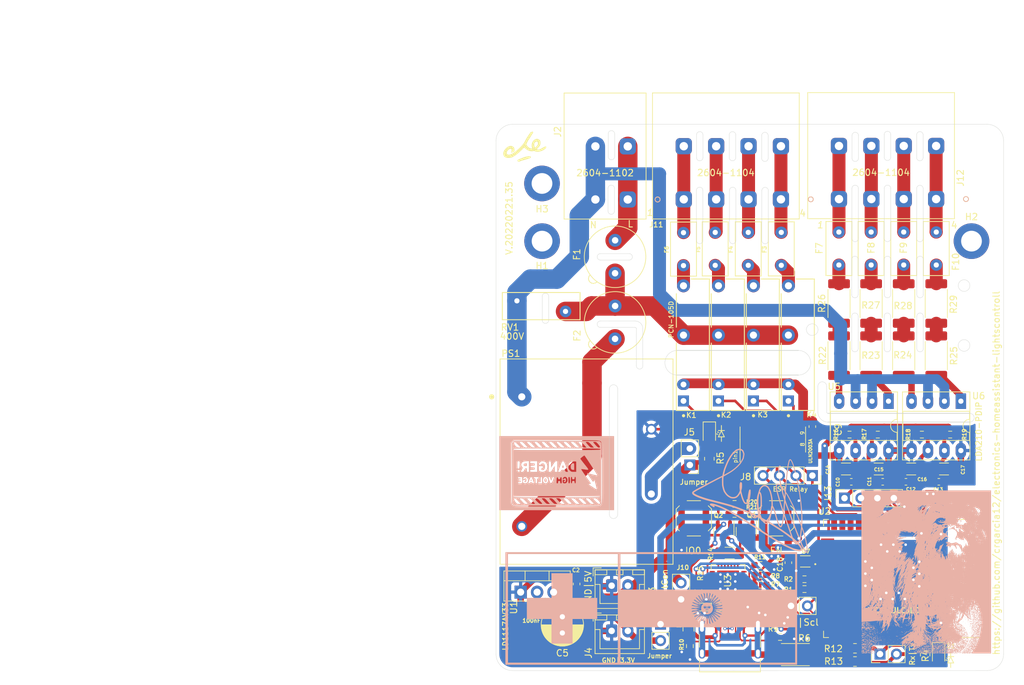
<source format=kicad_pcb>
(kicad_pcb (version 20211014) (generator pcbnew)
  (layers (0 "F.Cu" signal) (31 "B.Cu" signal) (34 "B.Paste" user) (35 "F.Paste" user) (36 "B.SilkS" user "B.Silkscreen") (37 "F.SilkS" user "F.Silkscreen") (38 "B.Mask" user) (39 "F.Mask" user) (44 "Edge.Cuts" user))
  (net 0 "")
  (net 1 "220VAC(L)")
  (net 2 "5V+")
  (net 3 "3.3V+")
  (net 4 "Sens4")
  (net 5 "Sens3")
  (net 6 "Sens2")
  (net 7 "Sens1")
  (net 8 "REO4")
  (net 9 "REO3")
  (net 10 "REO2")
  (net 11 "REO1")
  (net 12 "REI1")
  (net 13 "REI2")
  (net 14 "REI3")
  (net 15 "REI4")
  (net 16 "EspSens1")
  (net 17 "EspSens2")
  (net 18 "EspSens3")
  (net 19 "EspSens4")
  (net 20 "EspRel1")
  (net 21 "EspRel2")
  (net 22 "EspRel3")
  (net 23 "EspRel4")
  (net 24 "L_INPUT")
  (net 28 "220VAC(N)")
  (net 29 "EN")
  (net 30 "D+")
  (net 31 "D-")
  (net 32 "RTS")
  (net 33 "IO0")
  (net 34 "DTR")
  (net 35 "RXD0")
  (net 36 "TXD0")
  (net 37 "VBUS")
  (net 39 "GND")
  (net 40 "Net-(Q1-Pad1)")
  (net 41 "Net-(Q2-Pad1)")
  (net 42 "Net-(C5-Pad1)")
  (net 43 "Net-(R14-Pad2)")
  (net 44 "Net-(R15-Pad2)")
  (net 45 "Net-(R23-Pad2)")
  (net 51 "Net-(D1-Pad2)")
  (net 52 "Net-(J5-Pad2)")
  (net 53 "Net-(F3-Pad2)")
  (net 54 "Net-(F4-Pad2)")
  (net 55 "Net-(F5-Pad2)")
  (net 56 "Net-(F6-Pad2)")
  (net 57 "Net-(F7-Pad1)")
  (net 58 "Net-(R24-Pad1)")
  (net 59 "Net-(R24-Pad2)")
  (net 60 "Net-(R13-Pad2)")
  (net 77 "SDA")
  (net 78 "SCL")
  (net 95 "Net-(F8-Pad1)")
  (net 96 "Net-(F9-Pad1)")
  (net 97 "Net-(F10-Pad1)")
  (net 98 "Net-(R25-Pad1)")
  (net 99 "Net-(R25-Pad2)")
  (net 100 "Net-(D2-Pad2)")
  (net 101 "Net-(R23-Pad1)")
  (net 103 "Net-(J9-PadA5)")
  (net 104 "Net-(F2-Pad2)")
  (net 108 "Net-(D6-Pad1)")
  (net 109 "Net-(R4-Pad2)")
  (net 110 "Net-(R7-Pad2)")
  (net 112 "Net-(J9-PadB5)")
  (net 114 "Net-(J9-PadS1)")
  (net 115 "220VAC(N)-LowV")
  (net 116 "Net-(R11-Pad1)")
  (net 117 "Net-(R12-Pad2)")
  (net 118 "Net-(R22-Pad1)")
  (net 119 "Net-(R22-Pad2)")
  (footprint "Connector_PinHeader_2.54mm:PinHeader_1x02_P2.54mm_Vertical" (layer "F.Cu") (at 150.5585 144.5387)
    (fp_text reference "J7" hide)
    (fp_text value "Current Jumper" hide)
  )
  (footprint "Capacitor_SMD:C_1206_3216Metric_Pad1.33x1.80mm_HandSolder" (layer "F.Cu") (at 184.239574 120.58312)
    (property "Value" "4.7uF")
    (fp_text reference "C15")
    (fp_text value "4.7uF" hide)
  )
  (footprint "Resistor_SMD:R_2512_6332Metric_Pad1.40x3.35mm_HandSolder" (layer "F.Cu") (at 178.1175 95.0361 -90)
    (fp_text reference "R26")
    (fp_text value "150kΩ1w" hide)
  )
  (footprint "Resistor_SMD:R_2512_6332Metric_Pad1.40x3.35mm_HandSolder" (layer "F.Cu") (at 183.0705 95.0361 -90)
    (fp_text reference "R27")
    (fp_text value "150kΩ1w" hide)
  )
  (footprint "Varistor:RV_Disc_D12mm_W4.2mm_P7.5mm" (layer "F.Cu") (at 128.3865 94.6235)
    (fp_text reference "RV1" hide)
    (fp_text value "400V")
  )
  (footprint "Resistor_SMD:R_2512_6332Metric_Pad1.40x3.35mm_HandSolder" (layer "F.Cu") (at 183.0705 103.0879 -90)
    (fp_text reference "R23")
    (fp_text value "150kΩ1w" hide)
  )
  (footprint "Resistor_SMD:R_2512_6332Metric_Pad1.40x3.35mm_HandSolder" (layer "F.Cu") (at 178.1175 103.0879 -90)
    (fp_text reference "R22")
    (fp_text value "150kΩ1w" hide)
  )
  (footprint "LED_SMD:LED_0805_2012Metric_Pad1.15x1.40mm_HandSolder" (layer "F.Cu") (at 158.1 115.175 -90)
    (fp_text reference "D2" hide)
    (fp_text value "LED" hide)
  )
  (footprint "Resistor_SMD:R_0805_2012Metric_Pad1.20x1.40mm_HandSolder" (layer "F.Cu") (at 158.1 119 -90)
    (fp_text reference "R5")
    (fp_text value "100Ω" hide)
  )
  (footprint "Connector_JST:JST_XH_B2B-XH-A_1x02_P2.50mm_Vertical" (layer "F.Cu") (at 143.0093 138.6035)
    (fp_text reference "J3")
    (fp_text value "GND|5V")
  )
  (footprint "Connector_PinHeader_2.54mm:PinHeader_1x02_P2.54mm_Vertical" (layer "F.Cu") (at 155.0805 119.9655 180)
    (fp_text reference "J5")
    (fp_text value "Jumper")
  )
  (footprint "icons:che" (layer "F.Cu") (at 129.5965 70.8135)
    (fp_text reference "G1" hide)
    (fp_text value "LOGO" hide)
  )
  (footprint "icons:led_6000dpi" (layer "F.Cu") (at 159.8 115.1 90)
    (fp_text reference "G2" hide)
    (fp_text value "LOGO" hide)
  )
  (footprint "Capacitor_SMD:C_0603_1608Metric_Pad1.08x0.95mm_HandSolder" (layer "F.Cu") (at 130.6375 142 180)
    (fp_text reference "C6")
    (fp_text value "100nF")
  )
  (footprint "Capacitor_SMD:C_0603_1608Metric_Pad1.08x0.95mm_HandSolder" (layer "F.Cu") (at 137.6 138.3375 90)
    (fp_text reference "C2")
    (fp_text value "100nF" hide)
  )
  (footprint "Capacitor_SMD:C_0603_1608Metric_Pad1.08x0.95mm_HandSolder" (layer "F.Cu") (at 174 114.0375 -90)
    (fp_text reference "C9")
    (fp_text value "100nF" hide)
  )
  (footprint "rac05-05sk:277" (layer "F.Cu") (at 139.1361 119.4435)
    (fp_text reference "PS1")
    (fp_text value "RAC05-05SK/277")
  )
  (footprint "Package_TO_SOT_THT:TO-220-3_Vertical" (layer "F.Cu") (at 128.96 139.6)
    (fp_text reference "U1")
    (fp_text value "LD1117AV33_TO220" hide)
  )
  (footprint "PCN:bigpads_TE_Connectivity-PCN-124D" (layer "F.Cu") (at 155.55 101.399999 90)
    (fp_text reference "K1")
    (fp_text value "PCN-105D" hide)
  )
  (footprint "PCN:bigpads_TE_Connectivity-PCN-124D" (layer "F.Cu") (at 160.95 101.399999 90)
    (fp_text reference "K2")
    (fp_text value "PCN-105D" hide)
  )
  (footprint "PCN:bigpads_TE_Connectivity-PCN-124D" (layer "F.Cu") (at 171.75 101.399999 90)
    (fp_text reference "K4")
    (fp_text value "PCN-105D")
  )
  (footprint "wago-2604-1104:big_pads_2604-1104" (layer "F.Cu") (at 169.1465 78.9535 180)
    (fp_text reference "J11")
    (fp_text value "2604-1104")
  )
  (footprint "wago-2604-1102:big_pads_2604-1102" (layer "F.Cu") (at 145.5001 78.977099 180)
    (fp_text reference "J2")
    (fp_text value "2604-1102")
  )
  (footprint "wago-2604-1104:big_pads_2604-1104" (layer "F.Cu") (at 193.1065 78.913499 180)
    (fp_text reference "J12")
    (fp_text value "2604-1104")
  )
  (footprint "Fuse:Fuseholder_TR5_Littelfuse_No560_No460" (layer "F.Cu") (at 143.5465 85.2835 -90)
    (fp_text reference "F1")
    (fp_text value "250V500mA")
  )
  (footprint "MountingHole:MountingHole_3.2mm_M3_ISO14580_Pad" (layer "F.Cu") (at 198.5645 85.4075)
    (fp_text reference "H2")
    (fp_text value "MountingHole_Pad" hide)
  )
  (footprint "MountingHole:MountingHole_3.2mm_M3_ISO14580_Pad" (layer "F.Cu") (at 132.2705 85.4075)
    (fp_text reference "H1")
    (fp_text value "MountingHole_Pad" hide)
  )
  (footprint "PCN:bigpads_TE_Connectivity-PCN-124D" (layer "F.Cu") (at 166.35 101.399999 90)
    (fp_text reference "K3")
    (fp_text value "PCN-105D" hide)
  )
  (footprint "MountingHole:MountingHole_3.2mm_M3_ISO14580_Pad" (layer "F.Cu") (at 132.2565 76.5035)
    (fp_text reference "H3")
    (fp_text value "MountingHole_Pad" hide)
  )
  (footprint "Package_SO:SOIC-16_3.9x9.9mm_P1.27mm" (layer "F.Cu") (at 167.9 116.0375 90)
    (fp_text reference "U4" hide)
    (fp_text value "ULN2003A")
  )
  (footprint "Capacitor_SMD:C_0603_1608Metric_Pad1.08x0.95mm_HandSolder" (layer "F.Cu") (at 184.861174 122.56432)
    (fp_text reference "C11")
    (fp_text value "100nF" hide)
  )
  (footprint "Capacitor_SMD:C_0603_1608Metric_Pad1.08x0.95mm_HandSolder" (layer "F.Cu") (at 188.442574 122.56432 180)
    (fp_text reference "C12")
    (fp_text value "100nF" hide)
  )
  (footprint "Capacitor_SMD:C_1206_3216Metric_Pad1.33x1.80mm_HandSolder" (layer "F.Cu") (at 189.256474 120.58312 180)
    (fp_text reference "C16")
    (fp_text value "4.7uF" hide)
  )
  (footprint "Capacitor_SMD:C_1206_3216Metric_Pad1.33x1.80mm_HandSolder" (layer "F.Cu") (at 194.324174 120.58312)
    (fp_text reference "C17")
    (fp_text value "4.7uF" hide)
  )
  (footprint "Resistor_SMD:R_2512_6332Metric_Pad1.40x3.35mm_HandSolder" (layer "F.Cu") (at 193.1289 103.0879 -90)
    (fp_text reference "R25")
    (fp_text value "150kΩ1w" hide)
  )
  (footprint "Resistor_SMD:R_2512_6332Metric_Pad1.40x3.35mm_HandSolder" (layer "F.Cu") (at 188.0997 95.0361 -90)
    (fp_text reference "R28")
    (fp_text value "150kΩ1w" hide)
  )
  (footprint "Resistor_SMD:R_2512_6332Metric_Pad1.40x3.35mm_HandSolder" (layer "F.Cu") (at 193.1289 95.0361 -90)
    (fp_text reference "R29")
    (fp_text value "150kΩ1w" hide)
  )
  (footprint "Package_DIP:DIP-8_W7.62mm_Socket_LongPads" (layer "F.Cu") (at 185.751274 110.11832 -90)
    (fp_text reference "U5")
    (fp_text value "LDA210-PDIP")
  )
  (footprint "Package_DIP:DIP-8_W7.62mm_Socket_LongPads" (layer "F.Cu") (at 196.927274 110.11832 -90)
    (fp_text reference "U6")
    (fp_text value "LDA210-PDIP" hide)
  )
  (footprint "Resistor_SMD:R_2512_6332Metric_Pad1.40x3.35mm_HandSolder" (layer "F.Cu") (at 188.0997 103.0879 -90)
    (fp_text reference "R24")
    (fp_text value "150kΩ1w" hide)
  )
  (footprint "Capacitor_SMD:C_0603_1608Metric_Pad1.08x0.95mm_HandSolder" (layer "F.Cu") (at 180.011974 122.56432 180)
    (fp_text reference "C10")
    (fp_text value "100nF" hide)
  )
  (footprint "Capacitor_SMD:C_0603_1608Metric_Pad1.08x0.95mm_HandSolder" (layer "F.Cu") (at 193.522574 122.56432)
    (fp_text reference "C13")
    (fp_text value "100nF" hide)
  )
  (footprint "Resistor_SMD:R_0603_1608Metric_Pad0.98x0.95mm_HandSolder" (layer "F.Cu") (at 190.1685 125.4125)
    (fp_text reference "R3")
    (fp_text value "10kΩ" hide)
  )
  (footprint "Capacitor_SMD:C_0603_1608Metric_Pad1.08x0.95mm_HandSolder" (layer "F.Cu") (at 193.5215 125.4125)
    (fp_text reference "C3")
    (fp_text value "22uF" hide)
  )
  (footprint "Capacitor_SMD:C_0603_1608Metric_Pad1.08x0.95mm_HandSolder" (layer "F.Cu") (at 190.156 126.9365 180)
    (fp_text reference "C1")
    (fp_text value "100nF" hide)
  )
  (footprint "Package_TO_SOT_SMD:SOT-23" (layer "F.Cu") (at 163.7965 130.236 -90)
    (fp_text reference "Q1")
    (fp_text value "SS8050-SMD" hide)
  )
  (footprint "Resistor_SMD:R_0603_1608Metric_Pad0.98x0.95mm_HandSolder" (layer "F.Cu") (at 161.984 127.5135)
    (fp_text reference "R21")
    (fp_text value "10kΩ" hide)
  )
  (footprint "Resistor_SMD:R_0603_1608Metric_Pad0.98x0.95mm_HandSolder" (layer "F.Cu") (at 161.984 125.9835 180)
    (fp_text reference "R20")
    (fp_text value "10kΩ" hide)
  )
  (footprint "Diode_SMD:D_SOD-523" (layer "F.Cu") (at 157.283 141.9009 180)
    (fp_text reference "D3" hide)
    (fp_text value "D_TVS" hide)
  )
  (footprint "Connector_JST:JST_XH_B2B-XH-A_1x02_P2.50mm_Vertical" (layer "F.Cu") (at 143.0093 145.5801)
    (fp_text reference "J4")
    (fp_text value "GND|3.3V")
  )
  (footprint "Button_Switch_SMD:SW_SPST_SKQG_WithStem" (layer "F.Cu") (at 168.4165 128.2 90)
    (fp_text reference "SW1")
    (fp_text value "Switch" hide)
  )
  (footprint "Button_Switch_SMD:SW_SPST_SKQG_WithStem" (layer "F.Cu") (at 155.7 128.2 -90)
    (fp_text reference "SW2")
    (fp_text value "Switch" hide)
  )
  (footprint "Capacitor_SMD:C_0603_1608Metric_Pad1.08x0.95mm_HandSolder" (layer "F.Cu") (at 164.9749 140.9408 -90)
    (fp_text reference "C8" hide)
    (fp_text value "4.7uF" hide)
  )
  (footprint "Resistor_SMD:R_0603_1608Metric_Pad0.98x0.95mm_HandSolder" (layer "F.Cu") (at 165.978 135.4109)
    (fp_text reference "R11")
    (fp_text value "1kΩ")
  )
  (footprint "Resistor_SMD:R_0603_1608Metric_Pad0.98x0.95mm_HandSolder" (layer "F.Cu") (at 165.978 138.4589 180)
    (fp_text reference "R7")
    (fp_text value "22.1kΩ" hide)
  )
  (footprint "Resistor_SMD:R_0603_1608Metric_Pad0.98x0.95mm_HandSolder" (layer "F.Cu") (at 165.978 136.9349)
    (fp_text reference "R8")
    (fp_text value "47.5kΩ" hide)
  )
  (footprint "Capacitor_SMD:C_0603_1608Metric_Pad1.08x0.95mm_HandSolder" (layer "F.Cu") (at 166.5749 140.9473 -90)
    (fp_text reference "C7")
    (fp_text value "100nF")
  )
  (footprint "Resistor_SMD:R_0603_1608Metric_Pad0.98x0.95mm_HandSolder" (layer "F.Cu") (at 156.4065 139.4655 -90)
    (fp_text reference "R15")
    (fp_text value "1kΩ")
  )
  (footprint "Diode_SMD:D_SOD-323" (layer "F.Cu") (at 154.8765 144.5641 -90)
    (fp_text reference "D6")
    (fp_text value "BAT60A-7" hide)
  )
  (footprint "Diode_SMD:D_SOD-523" (layer "F.Cu") (at 159.883 141.9009 180)
    (fp_text reference "D5")
    (fp_text value "D_TVS")
  )
  (footprint "Diode_SMD:D_SOD-523" (layer "F.Cu") (at 162.593 141.9009)
    (fp_text reference "D4" hide)
    (fp_text value "D_TVS" hide)
  )
  (footprint "RF_Module:ESP32-WROOM-32" (layer "F.Cu") (at 185.6105 137.4865 -90)
    (fp_text reference "U2")
    (fp_text value "ESP32-WROOM-32E")
  )
  (footprint "Package_TO_SOT_SMD:SOT-23" (layer "F.Cu") (at 160.3365 130.246 -90)
    (fp_text reference "Q2")
    (fp_text value "SS8050" hide)
  )
  (footprint "Connector_PinSocket_2.54mm:PinSocket_1x04_P2.54mm_Vertical" (layer "F.Cu") (at 178.9557 125.0823 90)
    (fp_text reference "J13")
    (fp_text value "EspSense")
  )
  (footprint "Connector_PinHeader_2.54mm:PinHeader_1x02_P2.54mm_Vertical" (layer "F.Cu") (at 184.4421 149.1615 90)
    (fp_text reference "J6" hide)
    (fp_text value "Conn_01x02_Male" hide)
  )
  (footprint "Resistor_SMD:R_1206_3216Metric_Pad1.30x1.75mm_HandSolder" (layer "F.Cu") (at 161.229 133.5755 180)
    (fp_text reference "R14")
    (fp_text value "1kΩ")
  )
  (footprint "Resistor_SMD:R_0805_2012Metric_Pad1.20x1.40mm_HandSolder" (layer "F.Cu") (at 180.578 150.3045 180)
    (fp_text reference "R13")
    (fp_text value "0Ω" hide)
  )
  (footprint "Resistor_SMD:R_0805_2012Metric_Pad1.20x1.40mm_HandSolder" (layer "F.Cu") (at 180.578 148.2725 180)
    (fp_text reference "R12")
    (fp_text value "0Ω" hide)
  )
  (footprint "Package_DFN_QFN:QFN-28-1EP_5x5mm_P0.5mm_EP3.35x3.35mm" (layer "F.Cu") (at 160.983 137.9409 90)
    (fp_text reference "U3")
    (fp_text value "CP2102N-A01-GQFN28" hide)
  )
  (footprint "Capacitor_SMD:C_0603_1608Metric_Pad1.08x0.95mm_HandSolder" (layer "F.Cu") (at 193.511 126.9365)
    (fp_text reference "C4")
    (fp_text value "100nF" hide)
  )
  (footprint "Capacitor_SMD:C_1206_3216Metric_Pad1.33x1.80mm_HandSolder" (layer "F.Cu") (at 179.184974 120.58312 180)
    (fp_text reference "C14")
    (fp_text value "4.7uF" hide)
  )
  (footprint "Connector_PinHeader_2.54mm:PinHeader_1x02_P2.54mm_Vertical" (layer "F.Cu") (at 153.7335 140.7083 180)
    (fp_text reference "J10")
    (fp_text value "DoNotCon")
  )
  (footprint "Capacitor_SMD:C_0603_1608Metric_Pad1.08x0.95mm_HandSolder" (layer "F.Cu") (at 170.2965 135.0486 -90)
    (fp_text reference "C18")
    (fp_text value "100nF" hide)
  )
  (footprint "Resistor_SMD:R_0603_1608Metric_Pad0.98x0.95mm_HandSolder" (layer "F.Cu") (at 169.009 146.5135)
    (fp_text reference "R9")
    (fp_text value "5.1kΩ" hide)
  )
  (footprint "Resistor_SMD:R_0603_1608Metric_Pad0.98x0.95mm_HandSolder" (layer "F.Cu") (at 190.905574 115.27452)
    (fp_text reference "R18")
    (fp_text value "47.5kΩ" hide)
  )
  (footprint "RST-80-AMMO:FUSE_RST-1-BULK" (layer "F.Cu") (at 183.0705 86.5505 90)
    (fp_text reference "F8")
    (fp_text value "Fuse")
  )
  (footprint "Resistor_SMD:R_0603_1608Metric_Pad0.98x0.95mm_HandSolder" (layer "F.Cu") (at 179.733374 115.27452)
    (fp_text reference "R16")
    (fp_text value "47.5kΩ" hide)
  )
  (footprint "RST-80-AMMO:FUSE_RST-1-BULK" (layer "F.Cu") (at 193.1289 86.5505 90)
    (fp_text reference "F10")
    (fp_text value "Fuse")
  )
  (footprint "Connector_PinHeader_2.54mm:PinHeader_1x02_P2.54mm_Vertical" (layer "F.Cu") (at 170.7007 141.7193 90)
    (fp_text reference "J1" hide)
    (fp_text value "Conn_01x02_Male" hide)
  )
  (footprint "LED_SMD:LED_0805_2012Metric_Pad1.15x1.40mm_HandSolder" (layer "F.Cu") (at 193.4845 149.2425 -90)
    (fp_text reference "D1")
    (fp_text value "LED")
  )
  (footprint "RST-80-AMMO:FUSE_RST-1-BULK" (layer "F.Cu") (at 154.1 86.64 90)
    (fp_text reference "F6")
    (fp_text value "Fuse")
  )
  (footprint "Connector_USB:USB_C_Receptacle_HRO_TYPE-C-31-M-12" (layer "F.Cu") (at 161.273 148.0009)
    (fp_text reference "J9")
    (fp_text value "USB_C_Receptacle_USB2.0")
  )
  (footprint "Resistor_SMD:R_0603_1608Metric_Pad0.98x0.95mm_HandSolder" (layer "F.Cu") (at 195.274374 115.27452 180)
    (fp_text reference "R19")
    (fp_text value "47.5kΩ" hide)
  )
  (footprint "RST-80-AMMO:FUSE_RST-1-BULK" (layer "F.Cu") (at 188.0997 86.5505 90)
    (fp_text reference "F9")
    (fp_text value "Fuse")
  )
  (footprint "Fuse:Fuseholder_TR5_Littelfuse_No560_No460" (layer "F.Cu") (at 143.5465 95.4135 -90)
    (fp_text reference "F2")
    (fp_text value "250V50mA")
  )
  (footprint "icons:led_6000dpi" (layer "F.Cu") (at 195.2 150 90)
    (fp_text reference "G2" hide)
    (fp_text value "LOGO" hide)
  )
  (footprint "RST-80-AMMO:FUSE_RST-1-BULK" (layer "F.Cu") (at 164.1 86.6 90)
    (fp_text reference "F4")
    (fp_text value "Fuse")
  )
  (footprint "Resistor_SMD:R_2512_6332Metric_Pad1.40x3.35mm_HandSolder" (layer "F.Cu") (at 171.3765 149.2435)
    (fp_text reference "R6")
    (fp_text value "150kΩ1w")
  )
  (footprint "sht40:XDCR_SHT40-AD1B-R2" (layer "F.Cu") (at 172.9 134.8555 180)
    (fp_text reference "U7")
    (fp_text value "SHT4x")
  )
  (footprint "Resistor_SMD:R_0603_1608Metric_Pad0.98x0.95mm_HandSolder" (layer "F.Cu") (at 172.7816 137.6045)
    (fp_text reference "R2")
    (fp_text value "10kΩ")
  )
  (footprint "Capacitor_THT:CP_Radial_D6.3mm_P2.50mm" (layer "F.Cu") (at 135.4 143.4 -90)
    (fp_text reference "C5")
    (fp_text value "10uF" hide)
  )
  (footprint "RST-80-AMMO:FUSE_RST-1-BULK" (layer "F.Cu") (at 178.0921 86.5505 90)
    (fp_text reference "F7")
    (fp_text value "Fuse")
  )
  (footprint "Resistor_SMD:R_0603_1608Metric_Pad0.98x0.95mm_HandSolder" (layer "F.Cu") (at 184.102174 115.27452 180)
    (fp_text reference "R17")
    (fp_text value "47.5kΩ" hide)
  )
  (footprint "Resistor_SMD:R_0603_1608Metric_Pad0.98x0.95mm_HandSolder" (layer "F.Cu") (at 172.7816 139.1285)
    (fp_text reference "R1")
    (fp_text value "10kΩ")
  )
  (footprint "RST-80-AMMO:FUSE_RST-1-BULK" (layer "F.Cu") (at 169.2 86.6 90)
    (fp_text reference "F3")
    (fp_text value "Fuse")
  )
  (footprint "Resistor_SMD:R_0805_2012Metric_Pad1.20x1.40mm_HandSolder" (layer "F.Cu") (at 191.4075 149.2425 90)
    (fp_text reference "R4")
    (fp_text value "100Ω")
  )
  (footprint "Resistor_SMD:R_0603_1608Metric_Pad0.98x0.95mm_HandSolder" (layer "F.Cu") (at 155.0865 147.926 -90)
    (fp_text reference "R10")
    (fp_text value "5.1kΩ" hide)
  )
  (footprint "Connector_PinSocket_2.54mm:PinSocket_1x04_P2.54mm_Vertical" (layer "F.Cu") (at 174 121.6 -90)
    (fp_text reference "J8")
    (fp_text value "EspRelays")
  )
  (footprint "RST-80-AMMO:FUSE_RST-1-BULK" (layer "F.Cu") (at 159 86.6 90)
    (fp_text reference "F5")
    (fp_text value "Fuse")
  )
  (footprint "icons:danger1_negative" (layer "B.Cu") (at 134.5565 121.2215 180)
    (fp_text reference "G3" hide)
    (fp_text value "LOGO" hide)
  )
  (footprint "icons:flags" (layer "B.Cu") (at 149.1234 142.113 180)
    (fp_text reference "G***")
    (fp_text value "LOGO" hide)
  )
  (footprint "icons:depsi" (layer "B.Cu") (at 191.5795 136.4615 180)
    (fp_text reference "G***")
    (fp_text value "LOGO" hide)
  )
  (footprint "icons:paula" (layer "B.Cu") (at 164.167727 125.752389 180)
    (fp_text reference "G***" hide)
    (fp_text value "LOGO" hide)
  )
  (footprint "NetTie:NetTie-2_SMD_Pad2.0mm" (layer "B.Cu") (at 178.3715 104.7115 -90)
    (fp_text reference "NT1" hide)
    (fp_text value "NetTie_2")
  )
  (gr_arc (start 203.5175 149.1615) (mid 202.773551 150.957551) (end 200.9775 151.7015) (layer "Edge.Cuts") (width 0.05))
  (gr_line (start 203.5175 149.1615) (end 203.5175 69.9135) (layer "Edge.Cuts") (width 0.05))
  (gr_line (start 161.8365 151.7035) (end 127.6985 151.7035) (layer "Edge.Cuts") (width 0.05))
  (gr_circle (center 197.4215 92.2655) (end 198.3215 92.2655) (layer "Edge.Cuts") (width 0.05) (fill none))
  (gr_line (start 171.8365 106.083928) (end 153.136205 106.083928) (layer "Edge.Cuts") (width 0.1))
  (gr_line (start 200.9775 67.3735) (end 127.6985 67.3735) (layer "Edge.Cuts") (width 0.05))
  (gr_line (start 153.136205 102.2795) (end 171.8365 102.2795) (layer "Edge.Cuts") (width 0.1))
  (gr_arc (start 153.136205 106.083928) (mid 151.233973 104.181701) (end 153.136205 102.2795) (layer "Edge.Cuts") (width 0.05))
  (gr_line (start 125.1585 149.1615) (end 125.1585 69.9135) (layer "Edge.Cuts") (width 0.05))
  (gr_arc (start 171.8365 102.2795) (mid 173.738701 104.181701) (end 171.8365 106.083928) (layer "Edge.Cuts") (width 0.05))
  (gr_arc (start 127.6985 151.7035) (mid 125.90234 150.958246) (end 125.1585 149.1615) (layer "Edge.Cuts") (width 0.05))
  (gr_line (start 200.9775 151.7015) (end 161.8365 151.7035) (layer "Edge.Cuts") (width 0.05))
  (gr_arc (start 200.9775 67.3735) (mid 202.773551 68.117449) (end 203.5175 69.9135) (layer "Edge.Cuts") (width 0.05))
  (gr_arc (start 142.6665 108.2135) (mid 143.3015 107.5785) (end 143.9365 108.2135) (layer "Edge.Cuts") (width 0.05))
  (gr_arc (start 147.828875 104.654892) (mid 147.330625 105.156) (end 146.832375 104.654892) (layer "Edge.Cuts") (width 0.05))
  (gr_line (start 186.09605 93.65955) (end 186.09605 88.22985) (layer "Edge.Cuts") (width 0.05))
  (gr_line (start 190.1004 68.9991) (end 190.1004 72.5075) (layer "Edge.Cuts") (width 0.05))
  (gr_circle (center 173.9773 99.0727) (end 174.8773 99.0727) (layer "Edge.Cuts") (width 0.05) (fill none))
  (gr_line (start 161.20175 77.5743) (end 161.20175 85.30175) (layer "Edge.Cuts") (width 0.05))
  (gr_line (start 156.1152 68.9991) (end 156.1152 72.5075) (layer "Edge.Cuts") (width 0.05))
  (gr_arc (start 176.4 113.34412) (mid 175.308142 112.891858) (end 174.85588 111.8) (layer "Edge.Cuts") (width 0.05))
  (gr_arc (start 181.1147 72.6091) (mid 180.61645 73.10735) (end 180.1182 72.6091) (layer "Edge.Cuts") (width 0.05))
  (gr_line (start 180.07035 88.22985) (end 180.07035 93.65955) (layer "Edge.Cuts") (width 0.05))
  (gr_arc (start 180.1182 69.1007) (mid 180.61645 68.60245) (end 181.1147 69.1007) (layer "Edge.Cuts") (width 0.05))
  (gr_line (start 142.45 77.2541) (end 142.45 80.7625) (layer "Edge.Cuts") (width 0.05))
  (gr_line (start 181.06685 93.65955) (end 181.06685 88.22985) (layer "Edge.Cuts") (width 0.05))
  (gr_arc (start 181.06685 102) (mid 180.5686 102.49825) (end 180.07035 102) (layer "Edge.Cuts") (width 0.05))
  (gr_arc (start 162.1663 72.5075) (mid 161.66805 73.00575) (end 161.1698 72.5075) (layer "Edge.Cuts") (width 0.05))
  (gr_arc (start 191.09985 85.0099) (mid 190.6016 85.50815) (end 190.10335 85.0099) (layer "Edge.Cuts") (width 0.05))
  (gr_arc (start 161.20175 77.5743) (mid 161.7 77.07605) (end 162.19825 77.5743) (layer "Edge.Cuts") (width 0.05))
  (gr_circle (center 197.4215 101.5111) (end 198.3215 101.5111) (layer "Edge.Cuts") (width 0.05) (fill none))
  (gr_line (start 191.12525 93.65955) (end 191.12525 88.22985) (layer "Edge.Cuts") (width 0.05))
  (gr_arc (start 186.09605 93.65955) (mid 185.5978 94.1578) (end 185.09955 93.65955) (layer "Edge.Cuts") (width 0.05))
  (gr_arc (start 161.1698 68.9991) (mid 161.66805 68.50085) (end 162.1663 68.9991) (layer "Edge.Cuts") (width 0.05))
  (gr_arc (start 191.0969 72.5075) (mid 190.59865 73.00575) (end 190.1004 72.5075) (layer "Edge.Cuts") (width 0.05))
  (gr_line (start 145.712375 87.334375) (end 141.280625 87.334375) (layer "Edge.Cuts") (width 0.05))
  (gr_arc (start 180.07035 88.22985) (mid 180.5686 87.7316) (end 181.06685 88.22985) (layer "Edge.Cuts") (width 0.05))
  (gr_line (start 190.10335 77.28245) (end 190.10335 85.0099) (layer "Edge.Cuts") (width 0.05))
  (gr_line (start 191.09985 85.0099) (end 191.09985 77.28245) (layer "Edge.Cuts") (width 0.05))
  (gr_arc (start 141.280625 98.730875) (mid 140.779497 98.232625) (end 141.280625 97.734375) (layer "Edge.Cuts") (width 0.05))
  (gr_line (start 166.1736 69.1007) (end 166.1736 72.6091) (layer "Edge.Cuts") (width 0.05))
  (gr_line (start 176.4 111.997919) (end 198.298874 111.99792) (layer "Edge.Cuts") (width 0.1))
  (gr_arc (start 174.85588 107.8) (mid 175.52898 107.126924) (end 176.202081 107.8) (layer "Edge.Cuts") (width 0.05))
  (gr_line (start 185.07415 97) (end 185.07415 102) (layer "Edge.Cuts") (width 0.05))
  (gr_line (start 141.280625 98.730875) (end 146.6342 98.7298) (layer "Edge.Cuts") (width 0.05))
  (gr_arc (start 190.12875 88.22985) (mid 190.627 87.7316) (end 191.12525 88.22985) (layer "Edge.Cuts") (width 0.05))
  (gr_line (start 142.6665 108.2135) (end 142.6665 127.6191) (layer "Edge.Cuts") (width 0.05))
  (gr_arc (start 166.20175 77.6) (mid 166.7 77.10175) (end 167.19825 77.6) (layer "Edge.Cuts") (width 0.05))
  (gr_line (start 180.1065 77.2707) (end 180.1065 84.99815) (layer "Edge.Cuts") (width 0.05))
  (gr_arc (start 157.09825 85.30175) (mid 156.6 85.8) (end 156.10175 85.30175) (layer "Edge.Cuts") (width 0.05))
  (gr_line (start 166.20175 77.6) (end 166.20175 85.32745) (layer "Edge.Cuts") (width 0.05))
  (gr_arc (start 143.473 72.3519) (mid 142.97475 72.85015) (end 142.4765 72.3519) (layer "Edge.Cuts") (width 0.05))
  (gr_arc (start 157.1117 72.5075) (mid 156.61345 73.00575) (end 156.1152 72.5075) (layer "Edge.Cuts") (width 0.05))
  (gr_line (start 186.0931 72.4567) (end 186.0931 68.9483) (layer "Edge.Cuts") (width 0.05))
  (gr_line (start 191.12525 102) (end 191.12525 97) (layer "Edge.Cuts") (width 0.05))
  (gr_arc (start 146.6342 98.7298) (mid 146.777884 98.789316) (end 146.8374 98.933) (layer "Edge.Cuts") (width 0.05))
  (gr_line (start 146.8374 98.933) (end 146.832375 104.654892) (layer "Edge.Cuts") (width 0.05))
  (gr_line (start 180.07035 97) (end 180.07035 102) (layer "Edge.Cuts") (width 0.05))
  (gr_arc (start 190.10335 77.28245) (mid 190.6016 76.7842) (end 191.09985 77.28245) (layer "Edge.Cuts") (width 0.05))
  (gr_line (start 147.828875 104.654892) (end 147.828 98.933) (layer "Edge.Cuts") (width 0.05))
  (gr_line (start 180.1182 69.1007) (end 180.1182 72.6091) (layer "Edge.Cuts") (width 0.05))
  (gr_line (start 190.12875 97) (end 190.12875 102) (layer "Edge.Cuts") (width 0.05))
  (gr_arc (start 133.2865 97.60925) (mid 132.78825 98.1075) (end 132.29 97.60925) (layer "Edge.Cuts") (width 0.05))
  (gr_line (start 198.298874 113.34412) (end 176.4 113.34412) (layer "Edge.Cuts") (width 0.1))
  (gr_line (start 186.09605 84.9845) (end 186.09605 77.25705) (layer "Edge.Cuts") (width 0.05))
  (gr_arc (start 181.103 84.99815) (mid 180.60475 85.4964) (end 180.1065 84.99815) (layer "Edge.Cuts") (width 0.05))
  (gr_arc (start 142.4765 68.8435) (mid 142.97475 68.34525) (end 143.473 68.8435) (layer "Edge.Cuts") (width 0.05))
  (gr_arc (start 162.19825 85.30175) (mid 161.7 85.8) (end 161.20175 85.30175) (layer "Edge.Cuts") (width 0.05))
  (gr_line (start 143.473 72.3519) (end 143.473 68.8435) (layer "Edge.Cuts") (width 0.05))
  (gr_arc (start 145.712375 87.334375) (mid 146.210625 87.832625) (end 145.712375 88.330875) (layer "Edge.Cuts") (width 0.05))
  (gr_line (start 143.4465 80.7625) (end 143.4465 77.2541) (layer "Edge.Cuts") (width 0.05))
  (gr_line (start 181.103 84.99815) (end 181.103 77.2707) (layer "Edge.Cuts") (width 0.05))
  (gr_arc (start 142.45 77.2541) (mid 142.94825 76.75585) (end 143.4465 77.2541) (layer "Edge.Cuts") (width 0.05))
  (gr_arc (start 143.4465 80.7625) (mid 142.94825 81.26075) (end 142.45 80.7625) (layer "Edge.Cuts") (width 0.05))
  (gr_line (start 167.1701 72.6091) (end 167.1701 69.1007) (layer "Edge.Cuts") (width 0.05))
  (gr_line (start 161.1698 68.9991) (end 161.1698 72.5075) (layer "Edge.Cuts") (width 0.05))
  (gr_line (start 185.09955 88.22985) (end 185.09955 93.65955) (layer "Edge.Cuts") (width 0.05))
  (gr_arc (start 166.1736 69.1007) (mid 166.67185 68.60245) (end 167.1701 69.1007) (layer "Edge.Cuts") (width 0.05))
  (gr_arc (start 181.06685 93.65955) (mid 180.5686 94.1578) (end 180.07035 93.65955) (layer "Edge.Cuts") (width 0.05))
  (gr_arc (start 125.1585 69.9135) (mid 125.902449 68.117449) (end 127.6985 67.3735) (layer "Edge.Cuts") (width 0.05))
  (gr_arc (start 141.280625 88.330875) (mid 140.782375 87.832625) (end 141.280625 87.334375) (layer "Edge.Cuts") (width 0.05))
  (gr_line (start 132.29 93.92975) (end 132.29 97.60925) (layer "Edge.Cuts") (width 0.05))
  (gr_line (start 185.09955 77.25705) (end 185.09955 84.9845) (layer "Edge.Cuts") (width 0.05))
  (gr_line (start 162.1663 72.5075) (end 162.1663 68.9991) (layer "Edge.Cuts") (width 0.05))
  (gr_arc (start 156.10175 77.5743) (mid 156.6 77.07605) (end 157.09825 77.5743) (layer "Edge.Cuts") (width 0.05))
  (gr_arc (start 185.09955 88.22985) (mid 185.5978 87.7316) (end 186.09605 88.22985) (layer "Edge.Cuts") (width 0.05))
  (gr_arc (start 186.0931 72.4567) (mid 185.59485 72.95495) (end 185.0966 72.4567) (layer "Edge.Cuts") (width 0.05))
  (gr_arc (start 185.0966 68.9483) (mid 185.59485 68.45005) (end 186.0931 68.9483) (layer "Edge.Cuts") (width 0.05))
  (gr_arc (start 143.9365 127.6191) (mid 143.3015 128.238678) (end 142.6665 127.6191) (layer "Edge.Cuts") (width 0.05))
  (gr_arc (start 190.12875 97) (mid 190.627 96.50175) (end 191.12525 97) (layer "Edge.Cuts") (width 0.05))
  (gr_arc (start 191.12525 93.65955) (mid 190.627 94.1578) (end 190.12875 93.65955) (layer "Edge.Cuts") (width 0.05))
  (gr_arc (start 186.09605 84.9845) (mid 185.5978 85.48275) (end 185.09955 84.9845) (layer "Edge.Cuts") (width 0.05))
  (gr_arc (start 176.4 111.997919) (mid 176.26005 111.93995) (end 176.202081 111.8) (layer "Edge.Cuts") (width 0.05))
  (gr_arc (start 186.07065 102) (mid 185.5724 102.49825) (end 185.07415 102) (layer "Edge.Cuts") (width 0.05))
  (gr_line (start 191.0969 72.5075) (end 191.0969 68.9991) (layer "Edge.Cuts") (width 0.05))
  (gr_arc (start 185.09955 77.25705) (mid 185.5978 76.7588) (end 186.09605 77.25705) (layer "Edge.Cuts") (width 0.05))
  (gr_arc (start 146.6342 97.7392) (mid 147.478344 98.088856) (end 147.828 98.933) (layer "Edge.Cuts") (width 0.05))
  (gr_arc (start 156.1152 68.9991) (mid 156.61345 68.50085) (end 157.1117 68.9991) (layer "Edge.Cuts") (width 0.05))
  (gr_line (start 157.1117 72.5075) (end 157.1117 68.9991) (layer "Edge.Cuts") (width 0.05))
  (gr_line (start 142.4765 68.8435) (end 142.4765 72.3519) (layer "Edge.Cuts") (width 0.05))
  (gr_arc (start 167.19825 85.32745) (mid 166.7 85.8257) (end 166.20175 85.32745) (layer "Edge.Cuts") (width 0.05))
  (gr_line (start 190.12875 88.22985) (end 190.12875 93.65955) (layer "Edge.Cuts") (width 0.05))
  (gr_line (start 146.6342 97.7392) (end 141.280625 97.734375) (layer "Edge.Cuts") (width 0.05))
  (gr_line (start 181.06685 102) (end 181.06685 97) (layer "Edge.Cuts") (width 0.05))
  (gr_line (start 174.85588 111.8) (end 174.85588 107.8) (layer "Edge.Cuts") (width 0.05))
  (gr_arc (start 132.29 93.92975) (mid 132.78825 93.4315) (end 133.2865 93.92975) (layer "Edge.Cuts") (width 0.05))
  (gr_line (start 157.09825 85.30175) (end 157.09825 77.5743) (layer "Edge.Cuts") (width 0.05))
  (gr_arc (start 198.298874 111.99792) (mid 198.971974 112.67102) (end 198.298874 113.34412) (layer "Edge.Cuts") (width 0.05))
  (gr_line (start 176.202081 107.8) (end 176.202081 111.8) (layer "Edge.Cuts") (width 0.05))
  (gr_arc (start 180.07035 97) (mid 180.5686 96.50175) (end 181.06685 97) (layer "Edge.Cuts") (width 0.05))
  (gr_arc (start 185.07415 97) (mid 185.5724 96.50175) (end 186.07065 97) (layer "Edge.Cuts") (width 0.05))
  (gr_arc (start 190.1004 68.9991) (mid 190.59865 68.50085) (end 191.0969 68.9991) (layer "Edge.Cuts") (width 0.05))
  (gr_arc (start 167.1701 72.6091) (mid 166.67185 73.10735) (end 166.1736 72.6091) (layer "Edge.Cuts") (width 0.05))
  (gr_line (start 133.2865 97.60925) (end 133.2865 93.92975) (layer "Edge.Cuts") (width 0.05))
  (gr_line (start 185.0966 68.9483) (end 185.0966 72.4567) (layer "Edge.Cuts") (width 0.05))
  (gr_line (start 186.07065 102) (end 186.07065 97) (layer "Edge.Cuts") (width 0.05))
  (gr_line (start 181.1147 72.6091) (end 181.1147 69.1007) (layer "Edge.Cuts") (width 0.05))
  (gr_line (start 162.19825 85.30175) (end 162.19825 77.5743) (layer "Edge.Cuts") (width 0.05))
  (gr_line (start 143.9365 127.6191) (end 143.9365 108.2135) (layer "Edge.Cuts") (width 0.05))
  (gr_line (start 141.280625 88.330875) (end 145.712375 88.330875) (layer "Edge.Cuts") (width 0.05))
  (gr_line (start 156.10175 77.5743) (end 156.10175 85.30175) (layer "Edge.Cuts") (width 0.05))
  (gr_arc (start 180.1065 77.2707) (mid 180.60475 76.77245) (end 181.103 77.2707) (layer "Edge.Cuts") (width 0.05))
  (gr_line (start 167.19825 85.32745) (end 167.19825 77.6) (layer "Edge.Cuts") (width 0.05))
  (gr_arc (start 191.12525 102) (mid 190.627 102.49825) (end 190.12875 102) (layer "Edge.Cuts") (width 0.05))
  (gr_text "4" (at 195.8865 82.9435) (layer "F.SilkS") (effects (font (size 1 1))))
  (gr_text "1" (at 175.2065 82.9135) (layer "F.SilkS") (effects (font (size 1 1) (thickness 0.15) italic)))
  (gr_text "V.20220221.35" (at 127.1905 81.8515 90) (layer "F.SilkS") (effects (font (size 1 1))))
  (gr_text "LD1117AV33" (at 126.6 144.9 90) (layer "F.SilkS") (effects (font (size 0.8 0.8))))
  (gr_text "N" (at 140.8 82.9) (layer "F.SilkS") (effects (font (size 1 1)) (justify right)))
  (gr_text "L" (at 145.3965 82.7635) (layer "F.SilkS") (effects (font (size 1 1)) (justify left)))
  (gr_text "ESP Relay" (at 170.6 123.7) (layer "F.SilkS") (effects (font (size 0.7 0.7) (thickness 0.125))))
  (gr_text "4" (at 172.5 81.1) (layer "F.SilkS") (effects (font (size 1 1))))
  (gr_text "1" (at 148.9 81) (layer "F.SilkS") (effects (font (size 1 1) (thickness 0.15) italic)))
  (gr_text "JLCJLCJLCJLC" (at 186.3725 142.4305) (layer "F.SilkS") (effects (font (size 0.8 0.8) (thickness 0.2))))
  (gr_text "https://github.com/crgarcia12/electronics-homeassistant-lightscontroll" (at 202.4 121.2 90) (layer "F.SilkS") (effects (font (size 1 1))))
  (segment (start 143.5365 90.3635) (end 143.5365 95.4035) (width 3) (layer "F.Cu") (net 1))
  (segment (start 135.8865 96.25683) (end 139.07017 96.25683) (width 3) (layer "F.Cu") (net 1))
  (segment (start 143.5465 95.4135) (end 139.9135 95.4135) (width 3) (layer "F.Cu") (net 1))
  (segment (start 154.1 99.92) (end 170.3 99.92) (width 3) (layer "F.Cu") (net 1))
  (segment (start 139.07017 96.25683) (end 139.9135 95.4135) (width 3) (layer "F.Cu") (net 1))
  (segment (start 143.5365 95.4035) (end 143.5465 95.4135) (width 3) (layer "F.Cu") (net 1))
  (segment (start 143.5465 95.4135) (end 149.5935 95.4135) (width 3) (layer "F.Cu") (net 1))
  (segment (start 149.5935 95.4135) (end 154.1 99.92) (width 3) (layer "F.Cu") (net 1))
  (segment (start 172.57548 114.62452) (end 172.57548 108.756458) (width 1.5) (layer "F.Cu") (net 2))
  (segment (start 155.0345 119.9655) (end 152.1 122.9) (width 1.5) (layer "F.Cu") (net 2))
  (segment (start 158.1 120) (end 158.596377 120) (width 1.5) (layer "F.Cu") (net 2))
  (segment (start 146.5623 138.6035) (end 145.5093 138.6035) (width 1.5) (layer "F.Cu") (net 2))
  (segment (start 145.5093 138.796324) (end 145.5093 138.6035) (width 1) (layer "F.Cu") (net 2))
  (segment (start 150.3329 134.8329) (end 150.3981 134.8329) (width 1.5) (layer "F.Cu") (net 2))
  (segment (start 144.002604 140.30302) (end 145.5093 138.796324) (width 1) (layer "F.Cu") (net 2))
  (segment (start 171.359022 107.54) (end 170.3 107.54) (width 1.5) (layer "F.Cu") (net 2))
  (segment (start 173.225 113.175) (end 174 113.175) (width 1.5) (layer "F.Cu") (net 2))
  (segment (start 172.57548 114.62452) (end 172.57548 113.82452) (width 1.5) (layer "F.Cu") (net 2))
  (segment (start 172.57548 113.82452) (end 173.225 113.175) (width 1.5) (layer "F.Cu") (net 2))
  (segment (start 152.1 133.131) (end 150.3981 134.8329) (width 1.5) (layer "F.Cu") (net 2))
  (segment (start 137.6 139.2) (end 134.44 139.2) (width 1) (layer "F.Cu") (net 2))
  (segment (start 150.3329 134.8329) (end 146.5623 138.6035) (width 1.5) (layer "F.Cu") (net 2))
  (segment (start 137.6 139.2) (end 138.70302 140.30302) (width 1) (layer "F.Cu") (net 2))
  (segment (start 154.1073 107.3595) (end 170.430501 107.3595) (width 1.5) (layer "F.Cu") (net 2))
  (segment (start 150.3981 134.8329) (end 153.7335 138.1683) (width 1.5) (layer "F.Cu") (net 2))
  (segment (start 172.57548 108.756458) (end 171.359022 107.54) (width 1.5) (layer "F.Cu") (net 2))
  (segment (start 170.430501 107.3595) (end 170.45 107.340001) (width 1.5) (layer "F.Cu") (net 2))
  (segment (start 134.44 139.2) (end 134.04 139.6) (width 1) (layer "F.Cu") (net 2))
  (segment (start 170.703623 116.496377) (end 172.57548 114.62452) (width 1.5) (layer "F.Cu") (net 2))
  (segment (start 152.1 122.9) (end 152.1 133.131) (width 1.5) (layer "F.Cu") (net 2))
  (segment (start 155.0805 119.9655) (end 155.0345 119.9655) (width 1.5) (layer "F.Cu") (net 2))
  (segment (start 162.1 116.496377) (end 158.630877 119.9655) (width 1.5) (layer "F.Cu") (net 2))
  (segment (start 158.596377 120) (end 162.1 116.496377) (width 1.5) (layer "F.Cu") (net 2))
  (segment (start 162.1 116.496377) (end 170.703623 116.496377) (width 1.5) (layer "F.Cu") (net 2))
  (segment (start 138.70302 140.30302) (end 144.002604 140.30302) (width 1) (layer "F.Cu") (net 2))
  (segment (start 158.630877 119.9655) (end 155.0805 119.9655) (width 1.5) (layer "F.Cu") (net 2))
  (segment (start 166.5749 140.0848) (end 166.00348 139.51338) (width 0.25) (layer "F.Cu") (net 3))
  (segment (start 169.1 134.429) (end 168.7195 134.0485) (width 0.6) (layer "F.Cu") (net 3))
  (segment (start 185.014674 115.27452) (end 185.014674 114.17828) (width 0.6) (layer "F.Cu") (net 3))
  (segment (start 169.1 136.6) (end 169.1 134.429) (width 0.6) (layer "F.Cu") (net 3))
  (segment (start 179.995394 114.1) (end 178.820874 115.27452) (width 1) (layer "F.Cu") (net 3))
  (segment (start 196.186874 115.27452) (end 196.17452 115.27452) (width 1) (layer "F.Cu") (net 3))
  (segment (start 192.659 125.4125) (end 192.659 128.923) (width 1) (layer "F.Cu") (net 3))
  (segment (start 170.1045 137.6045) (end 169.1 136.6) (width 0.6) (layer "F.Cu") (net 3))
  (segment (start 170.5615 134.4511) (end 170.2965 134.1861) (width 0.25) (layer "F.Cu") (net 3))
  (segment (start 165.92752 136.33638) (end 166.853 135.4109) (width 0.35) (layer "F.Cu") (net 3))
  (segment (start 185.092954 114.1) (end 179.995394 114.1) (width 1) (layer "F.Cu") (net 3))
  (segment (start 166.00348 136.26042) (end 166.853 135.4109) (width 0.25) (layer "F.Cu") (net 3))
  (segment (start 166.00348 139.51338) (end 166.00348 136.26042) (width 0.25) (layer "F.Cu") (net 3))
  (segment (start 189.993074 114.16012) (end 189.932954 114.1) (width 0.6) (layer "F.Cu") (net 3))
  (segment (start 191.7319 124.7241) (end 191.0435 125.4125) (width 1) (layer "F.Cu") (net 3))
  (segment (start 165.7472 140.0848) (end 165.92752 139.90448) (width 0.35) (layer "F.Cu") (net 3))
  (segment (start 171.8365 134.4511) (end 170.5615 134.4511) (width 0.25) (layer "F.Cu") (net 3))
  (segment (start 178.820874 115.27452) (end 177.62548 115.27452) (width 1) (layer "F.Cu") (net 3))
  (segment (start 196.17452 115.27452) (end 195 114.1) (width 1) (layer "F.Cu") (net 3))
  (segment (start 192.659 125.4125) (end 192.659 124.44512) (width 1) (layer "F.Cu") (net 3))
  (segment (start 164.6623 140.3909) (end 162.30752 140.3909) (width 1) (layer "F.Cu") (net 3))
  (segment (start 185.014674 114.17828) (end 185.092954 114.1) (width 0.6) (layer "F.Cu") (net 3))
  (segment (start 171.8691 137.6045) (end 170.1045 137.6045) (width 0.6) (layer "F.Cu") (net 3))
  (segment (start 189.932954 114.1) (end 185.092954 114.1) (width 1) (layer "F.Cu") (net 3))
  (segment (start 168.2529 134.0485) (end 167.7035 134.5979) (width 0.6) (layer "F.Cu") (net 3))
  (segment (start 167.7035 134.5979) (end 166.8905 135.4109) (width 0.6) (layer "F.Cu") (net 3))
  (segment (start 166.5749 140.0848) (end 165.7472 140.0848) (width 1) (layer "F.Cu") (net 3))
  (segment (start 192.659 128.923) (end 192.5955 128.9865) (width 1) (layer "F.Cu") (net 3))
  (segment (start 165.92752 139.90448) (end 165.92752 136.33638) (width 0.35) (layer "F.Cu") (net 3))
  (segment (start 168.7195 134.0485) (end 168.2529 134.0485) (width 0.6) (layer "F.Cu") (net 3))
  (segment (start 191.7319 124.4219) (end 191.7319 124.7241) (width 1) (layer "F.Cu") (net 3))
  (segment (start 177.62548 115.27452) (end 175.9 117) (width 1) (layer "F.Cu") (net 3))
  (segment (start 189.993074 115.27452) (end 189.993074 114.16012) (width 0.6) (layer "F.Cu") (net 3))
  (segment (start 165.7472 140.0848) (end 164.9814 140.0848) (width 1) (layer "F.Cu") (net 3))
  (segment (start 167.7035 134.0485) (end 167.7035 134.5979) (width 0.6) (layer "F.Cu") (net 3))
  (segment (start 170.1589 134.0485) (end 170.2965 134.1861) (width 0.6) (layer "F.Cu") (net 3))
  (segment (start 192.659 124.44512) (end 192.6717 124.43242) (width 1) (layer "F.Cu") (net 3))
  (segment (start 171.8691 137.6045) (end 171.8691 139.1285) (width 0.6) (layer "F.Cu") (net 3))
  (segment (start 195 114.1) (end 189.932954 114.1) (width 1) (layer "F.Cu") (net 3))
  (segment (start 164.9749 140.0783) (end 164.6623 140.3909) (width 1) (layer "F.Cu") (net 3))
  (segment (start 164.9814 140.0848) (end 164.9749 140.0783) (width 1) (layer "F.Cu") (net 3))
  (segment (start 168.7195 134.0485) (end 170.1589 134.0485) (width 0.6) (layer "F.Cu") (net 3))
  (segment (start 191.0435 125.4125) (end 192.659 125.4125) (width 1) (layer "F.Cu") (net 3))
  (via (at 175.9 117) (size 0.8) (drill 0.4) (layers "F.Cu" "B.Cu") (net 3))
  (via (at 168.7195 134.0485) (size 0.8) (drill 0.4) (layers "F.Cu" "B.Cu") (net 3))
  (via (at 167.7035 134.0485) (size 0.8) (drill 0.4) (layers "F.Cu" "B.Cu") (net 3))
  (via (at 191.7319 124.4219) (size 0.8) (drill 0.4) (layers "F.Cu" "B.Cu") (net 3))
  (via (at 192.6717 124.43242) (size 0.8) (drill 0.4) (layers "F.Cu" "B.Cu") (net 3))
  (segment (start 166.2265 128.1435) (end 166.3465 128.0235) (width 1) (layer "B.Cu") (net 3))
  (segment (start 191.7319 124.4219) (end 191.7319 125.37222) (width 1) (layer "B.Cu") (net 3))
  (segment (start 175.9 117) (end 175.9 127.9) (width 1) (layer "B.Cu") (net 3))
  (segment (start 170.5965 128.0235) (end 176.0235 128.0235) (width 1) (layer "B.Cu") (net 3))
  (segment (start 189.08062 128.0235) (end 190.42356 126.68056) (width 1) (layer "B.Cu") (net 3))
  (segment (start 191.7319 125.37222) (end 190.42356 126.68056) (width 1) (layer "B.Cu") (net 3))
  (segment (start 150.5585 131.2315) (end 150.5585 144.5387) (width 1) (layer "B.Cu") (net 3))
  (segment (start 192.6717 124.43242) (end 191.74242 124.43242) (width 1) (layer "B.Cu") (net 3))
  (segment (start 167.7035 134.0485) (end 166.2265 132.5715) (width 1) (layer "B.Cu") (net 3))
  (segment (start 166.2265 131.3345) (end 166.2265 128.1435) (width 1) (layer "B.Cu") (net 3))
  (segment (start 153.7665 128.0235) (end 150.5585 131.2315) (width 1) (layer "B.Cu") (net 3))
  (segment (start 191.74242 124.43242) (end 191.7319 124.4219) (width 1) (layer "B.Cu") (net 3))
  (segment (start 170.5965 128.0235) (end 166.3465 128.0235) (width 1) (layer "B.Cu") (net 3))
  (segment (start 176.0235 128.0235) (end 189.08062 128.0235) (width 1) (layer "B.Cu") (net 3))
  (segment (start 166.2265 132.5715) (end 166.2265 131.3345) (width 1) (layer "B.Cu") (net 3))
  (segment (start 192.6717 124.43242) (end 191.7319 125.37222) (width 1) (layer "B.Cu") (net 3))
  (segment (start 167.7035 134.0485) (end 168.7195 134.0485) (width 1) (layer "B.Cu") (net 3))
  (segment (start 166.3465 128.0235) (end 153.7665 128.0235) (width 1) (layer "B.Cu") (net 3))
  (segment (start 175.9 127.9) (end 176.0235 128.0235) (width 1) (layer "B.Cu") (net 3))
  (segment (start 193.1065 78.913499) (end 193.1065 83.9881) (width 2) (layer "F.Cu") (net 4))
  (segment (start 193.1065 83.9881) (end 193.1289 84.0105) (width 2) (layer "F.Cu") (net 4))
  (segment (start 193.1065 78.913499) (end 193.1065 70.7135) (width 2) (layer "F.Cu") (net 4))
  (segment (start 188.1065 84.0037) (end 188.0997 84.0105) (width 2) (layer "F.Cu") (net 5))
  (segment (start 188.1065 70.7135) (end 188.1065 78.913499) (width 2) (layer "F.Cu") (net 5))
  (segment (start 188.1065 78.913499) (end 188.1065 84.0037) (width 2) (layer "F.Cu") (net 5))
  (segment (start 183.1065 78.913499) (end 183.1065 70.7135) (width 2) (layer "F.Cu") (net 6))
  (segment (start 183.0705 78.949499) (end 183.1065 78.913499) (width 2) (layer "F.Cu") (net 6))
  (segment (start 183.0705 84.0105) (end 183.0705 78.949499) (width 2) (layer "F.Cu") (net 6))
  (segment (start 178.1065 70.7135) (end 178.1065 78.913499) (width 2) (layer "F.Cu") (net 7))
  (segment (start 178.1065 83.9961) (end 178.0921 84.0105) (width 2) (layer "F.Cu") (net 7))
  (segment (start 178.1065 78.913499) (end 178.1065 83.9961) (width 2) (layer "F.Cu") (net 7))
  (segment (start 170.3 92.3) (end 170.3 90.24) (width 2) (layer "F.Cu") (net 8))
  (segment (start 170.3 90.24) (end 169.2 89.14) (width 2) (layer "F.Cu") (net 8))
  (segment (start 164.9 92.3) (end 164.9 89.94) (width 2) (layer "F.Cu") (net 9))
  (segment (start 164.9 89.94) (end 164.1 89.14) (width 2) (layer "F.Cu") (net 9))
  (segment (start 159.5 89.64) (end 159 89.14) (width 2) (layer "F.Cu") (net 10))
  (segment (start 159.5 92.3) (end 159.5 89.64) (width 2) (layer "F.Cu") (net 10))
  (segment (start 154.1 92.3) (end 154.1 89.18) (width 2) (layer "F.Cu") (net 11))
  (segment (start 163.140362 115) (end 166.9 115) (width 0.4) (layer "F.Cu") (net 12))
  (segment (start 167.265 114.635) (end 167.265 113.5625) (width 0.4) (layer "F.Cu") (net 12))
  (segment (start 156.20798 112.18798) (end 160.328342 112.18798) (width 0.4) (layer "F.Cu") (net 12))
  (segment (start 154.1 110.08) (end 156.20798 112.18798) (width 0.4) (layer "F.Cu") (net 12))
  (segment (start 160.328342 112.18798) (end 163.140362 115) (width 0.4) (layer "F.Cu") (net 12))
  (segment (start 166.9 115) (end 167.265 114.635) (width 0.4) (layer "F.Cu") (net 12))
  (segment (start 163.6 111.6) (end 167.5 111.6) (width 0.4) (layer "F.Cu") (net 13))
  (segment (start 168.535 112.635) (end 168.535 113.5625) (width 0.4) (layer "F.Cu") (net 13))
  (segment (start 162.08 110.08) (end 163.6 111.6) (width 0.4) (layer "F.Cu") (net 13))
  (segment (start 159.5 110.08) (end 162.08 110.08) (width 0.4) (layer "F.Cu") (net 13))
  (segment (start 167.5 111.6) (end 168.535 112.635) (width 0.4) (layer "F.Cu") (net 13))
  (segment (start 166.92785 110.08) (end 169.805 112.95715) (width 0.4) (layer "F.Cu") (net 14))
  (segment (start 164.9 110.08) (end 166.92785 110.08) (width 0.4) (layer "F.Cu") (net 14))
  (segment (start 169.805 112.95715) (end 169.805 113.5625) (width 0.4) (layer "F.Cu") (net 14))
  (segment (start 170.3 110.08) (end 171.075 110.855) (width 0.4) (layer "F.Cu") (net 15))
  (segment (start 171.075 110.855) (end 171.075 113.5625) (width 0.4) (layer "F.Cu") (net 15))
  (segment (start 180.645874 115.27452) (end 180.645874 117.71292) (width 0.6) (layer "F.Cu") (net 16))
  (segment (start 180.671274 117.73832) (end 180.671274 122.36112) (width 0.6) (layer "F.Cu") (net 16))
  (segment (start 184.9755 127.6365) (end 184.39322 127.05422) (width 0.35) (layer "F.Cu") (net 16))
  (segment (start 181.988562 126.3523) (end 180.3781 126.3523) (width 0.35) (layer "F.Cu") (net 16))
  (segment (start 184.9755 128.9865) (end 184.9755 127.6365) (width 0.35) (layer "F.Cu") (net 16))
  (segment (start 180.671274 122.36112) (end 180.874474 122.56432) (width 0.6) (layer "F.Cu") (net 16))
  (segment (start 184.39322 127.05422) (end 182.690481 127.054219) (width 0.35) (layer "F.Cu") (net 16))
  (segment (start 179.1081 125.0823) (end 178.9557 125.0823) (width 0.35) (layer "F.Cu") (net 16))
  (segment (start 180.874474 122.56432) (end 180.874474 123.163526) (width 0.6) (layer "F.Cu") (net 16))
  (segment (start 180.645874 117.71292) (end 180.671274 117.73832) (width 0.6) (layer "F.Cu") (net 16))
  (segment (start 182.690481 127.054219) (end 181.988562 126.3523) (width 0.35) (layer "F.Cu") (net 16))
  (segment (start 180.874474 123.163526) (end 178.9557 125.0823) (width 0.6) (layer "F.Cu") (net 16))
  (segment (start 180.3781 126.3523) (end 179.1081 125.0823) (width 0.35) (layer "F.Cu") (net 16))
  (segment (start 182.9181 126.5047) (end 185.1137 126.5047) (width 0.35) (layer "F.Cu") (net 17))
  (segment (start 186.2455 127.6365) (end 186.2455 128.9865) (width 0.35) (layer "F.Cu") (net 17))
  (segment (start 181.4957 125.0823) (end 182.9181 126.5047) (width 0.35) (layer "F.Cu") (net 17))
  (segment (start 182.677074 118.27252) (end 183.211274 117.73832) (width 0.6) (layer "F.Cu") (net 17))
  (segment (start 183.189674 115.27452) (end 183.189674 117.71672) (width 0.6) (layer "F.Cu") (net 17))
  (segment (start 183.998674 122.579326) (end 181.4957 125.0823) (width 0.6) (layer "F.Cu") (net 17))
  (segment (start 185.1137 126.5047) (end 186.2455 127.6365) (width 0.35) (layer "F.Cu") (net 17))
  (segment (start 183.189674 117.71672) (end 183.211274 117.73832) (width 0.6) (layer "F.Cu") (net 17))
  (segment (start 183.998674 122.56432) (end 183.998674 122.579326) (width 0.6) (layer "F.Cu") (net 17))
  (segment (start 183.998674 121.90472) (end 182.677074 120.58312) (width 0.6) (layer "F.Cu") (net 17))
  (segment (start 183.998674 122.56432) (end 183.998674 121.90472) (width 0.6) (layer "F.Cu") (net 17))
  (segment (start 182.677074 120.58312) (end 182.677074 118.27252) (width 0.6) (layer "F.Cu") (net 17))
  (segment (start 187.5155 127.7493) (end 187.510979 127.7493) (width 0.35) (layer "F.Cu") (net 18))
  (segment (start 191.818074 117.70912) (end 191.847274 117.73832) (width 0.6) (layer "F.Cu") (net 18))
  (segment (start 189.305074 122.56432) (end 189.305074 122.594926) (width 0.6) (layer "F.Cu") (net 18))
  (segment (start 190.818974 120.58312) (end 190.818974 121.852328) (width 0.6) (layer "F.Cu") (net 18))
  (segment (start 190.818974 121.852328) (end 190.106982 122.56432) (width 0.6) (layer "F.Cu") (net 18))
  (segment (start 190.106982 122.56432) (end 189.305074 122.56432) (width 0.6) (layer "F.Cu") (net 18))
  (segment (start 189.305074 122.594926) (end 188.336161 123.563839) (width 0.6) (layer "F.Cu") (net 18))
  (segment (start 188.336161 123.563839) (end 185.554161 123.563839) (width 0.6) (layer "F.Cu") (net 18))
  (segment (start 190.818974 118.76662) (end 191.847274 117.73832) (width 0.6) (layer "F.Cu") (net 18))
  (segment (start 187.5155 128.9865) (end 187.5155 127.7493) (width 0.35) (layer "F.Cu") (net 18))
  (segment (start 187.510979 127.7493) (end 184.843979 125.0823) (width 0.35) (layer "F.Cu") (net 18))
  (segment (start 190.818974 120.58312) (end 190.818974 118.76662) (width 0.6) (layer "F.Cu") (net 18))
  (segment (start 191.818074 115.27452) (end 191.818074 117.70912) (width 0.6) (layer "F.Cu") (net 18))
  (segment (start 184.843979 125.0823) (end 184.0357 125.0823) (width 0.35) (layer "F.Cu") (net 18))
  (segment (start 185.554161 123.563839) (end 184.0357 125.0823) (width 0.6) (layer "F.Cu") (net 18))
  (segment (start 189.73798 124.4) (end 188 124.4) (width 0.6) (layer "F.Cu") (net 19))
  (segment (start 194.361874 115.27452) (end 194.361874 117.71292) (width 0.6) (layer "F.Cu") (net 19))
  (segment (start 186.5757 125.0823) (end 186.5757 125.9967) (width 0.35) (layer "F.Cu") (net 19))
  (segment (start 192.660074 122.56432) (end 192.660074 120.68472) (width 0.6) (layer "F.Cu") (net 19))
  (segment (start 186.5757 125.9967) (end 188.7855 128.2065) (width 0.35) (layer "F.Cu") (net 19))
  (segment (start 187.3177 125.0823) (end 186.5757 125.0823) (width 0.6) (layer "F.Cu") (net 19))
  (segment (start 188 124.4) (end 187.3177 125.0823) (width 0.6) (layer "F.Cu") (net 19))
  (segment (start 194.387274 118.95752) (end 192.761674 120.58312) (width 0.6) (layer "F.Cu") (net 19))
  (segment (start 194.387274 117.73832) (end 194.387274 118.95752) (width 0.6) (layer "F.Cu") (net 19))
  (segment (start 192.660074 120.68472) (end 192.761674 120.58312) (width 0.6) (layer "F.Cu") (net 19))
  (segment (start 188.7855 128.2065) (end 188.7855 128.9865) (width 0.35) (layer "F.Cu") (net 19))
  (segment (start 191.57366 122.56432) (end 189.73798 124.4) (width 0.6) (layer "F.Cu") (net 19))
  (segment (start 192.660074 122.56432) (end 191.57366 122.56432) (width 0.6) (layer "F.Cu") (net 19))
  (segment (start 194.361874 117.71292) (end 194.387274 117.73832) (width 0.6) (layer "F.Cu") (net 19))
  (segment (start 171.501181 123.549031) (end 168.329031 123.549031) (width 0.4) (layer "F.Cu") (net 20))
  (segment (start 168.329031 123.549031) (end 166.38 121.6) (width 0.4) (layer "F.Cu") (net 20))
  (segment (start 175.376478 133.0415) (end 174.955989 132.621011) (width 0.4) (layer "F.Cu") (net 20))
  (segment (start 167.265 120.715) (end 166.38 121.6) (width 0.4) (layer "F.Cu") (net 20))
  (segment (start 176.3555 133.0415) (end 175.376478 133.0415) (width 0.4) (layer "F.Cu") (net 20))
  (segment (start 174.955989 132.621011) (end 174.955989 127.003839) (width 0.4) (layer "F.Cu") (net 20))
  (segment (start 167.265 118.5125) (end 167.265 120.715) (width 0.4) (layer "F.Cu") (net 20))
  (segment (start 174.955989 127.003839) (end 171.501181 123.549031) (width 0.4) (layer "F.Cu") (net 20))
  (segment (start 176.505989 130.305989) (end 176.5865 130.3865) (width 0.4) (layer "F.Cu") (net 21))
  (segment (start 168.92 121.6) (end 170.269511 122.949511) (width 0.4) (layer "F.Cu") (net 21))
  (segment (start 168.535 118.5125) (end 168.535 121.215) (width 0.4) (layer "F.Cu") (net 21))
  (segment (start 179.474522 130.3865) (end 179.8955 129.965522) (width 0.4) (layer "F.Cu") (net 21))
  (segment (start 171.749511 122.949511) (end 176.505989 127.705989) (width 0.4) (layer "F.Cu") (net 21))
  (segment (start 170.269511 122.949511) (end 171.749511 122.949511) (width 0.4) (layer "F.Cu") (net 21))
  (segment (start 176.505989 127.705989) (end 176.505989 130.305989) (width 0.4) (layer "F.Cu") (net 21))
  (segment (start 176.5865 130.3865) (end 179.474522 130.3865) (width 0.4) (layer "F.Cu") (net 21))
  (segment (start 179.8955 129.965522) (end 179.8955 128.9865) (width 0.4) (layer "F.Cu") (net 21))
  (segment (start 168.535 121.215) (end 168.92 121.6) (width 0.4) (layer "F.Cu") (net 21))
  (segment (start 177.446989 127.586989) (end 171.46 121.6) (width 0.4) (layer "F.Cu") (net 22))
  (segment (start 181.1655 128.9865) (end 181.1655 128.007478) (width 0.4) (layer "F.Cu") (net 22))
  (segment (start 181.1655 128.007478) (end 180.745011 127.586989) (width 0.4) (layer "F.Cu") (net 22))
  (segment (start 180.745011 127.586989) (end 177.446989 127.586989) (width 0.4) (layer "F.Cu") (net 22))
  (segment (start 169.805 119.945) (end 171.46 121.6) (width 0.4) (layer "F.Cu") (net 22))
  (segment (start 169.805 118.5125) (end 169.805 119.945) (width 0.4) (layer "F.Cu") (net 22))
  (segment (start 171.075 118.5125) (end 171.075 118.994638) (width 0.4) (layer "F.Cu") (net 23))
  (segment (start 171.075 118.994638) (end 173.680362 121.6) (width 0.4) (layer "F.Cu") (net 23))
  (segment (start 177.82682 126.92682) (end 174 123.1) (width 0.4) (layer "F.Cu") (net 23))
  (segment (start 181.750588 126.92682) (end 177.82682 126.92682) (width 0.4) (layer "F.Cu") (net 23))
  (segment (start 174 123.1) (end 174 121.6) (width 0.4) (layer "F.Cu") (net 23))
  (segment (start 182.4355 127.611732) (end 181.750588 126.92682) (width 0.4) (layer "F.Cu") (net 23))
  (segment (start 182.4355 128.9865) (end 182.4355 127.611732) (width 0.4) (layer "F.Cu") (net 23))
  (segment (start 173.680362 121.6) (end 174 121.6) (width 0.4) (layer "F.Cu") (net 23))
  (segment (start 145.5001 83.3299) (end 143.5465 85.2835) (width 3) (layer "F.Cu") (net 24))
  (segment (start 145.5001 78.977099) (end 145.5001 83.3299) (width 3) (layer "F.Cu") (net 24))
  (segment (start 145.5001 70.7771) (end 145.5001 78.977099) (width 3) (layer "F.Cu") (net 24))
  (segment (start 140.5001 70.7771) (end 140.5001 75.0189) (width 3) (layer "B.Cu") (net 28))
  (segment (start 128.3865 94.6235) (end 128.3865 103.3035) (width 3) (layer "B.Cu") (net 28))
  (segment (start 130.469915 91.267293) (end 128.3865 93.350708) (width 3) (layer "B.Cu") (net 28))
  (segment (start 150.39698 93.546037) (end 152.945943 96.095) (width 2) (layer "B.Cu") (net 28))
  (segment (start 178.3715 98.3615) (end 176.105 96.095) (width 2) (layer "B.Cu") (net 28))
  (segment (start 152.945943 96.095) (end 176.105 96.095) (width 2) (layer "B.Cu") (net 28))
  (segment (start 150.4189 75.0189) (end 150.39698 75.04082) (width 2) (layer "B.Cu") (net 28))
  (segment (start 138.020011 81.457188) (end 138.020011 87.789027) (width 3) (layer "B.Cu") (net 28))
  (segment (start 128.3865 93.350708) (end 128.3865 94.6235) (width 3) (layer "B.Cu") (net 28))
  (segment (start 178.3715 102.7115) (end 178.3715 98.3615) (width 2) (layer "B.Cu") (net 28))
  (segment (start 140.5001 75.0189) (end 140.5001 78.977099) (width 3) (layer "B.Cu") (net 28))
  (segment (start 128.3865 103.3035) (end 128.3865 108.6939) (width 3) (layer "B.Cu") (net 28))
  (segment (start 138.020011 87.789027) (end 134.541745 91.267293) (width 3) (layer "B.Cu") (net 28))
  (segment (start 150.39698 75.04082) (end 150.39698 93.546037) (width 2) (layer "B.Cu") (net 28))
  (segment (start 150.4189 75.0189) (end 140.5001 75.0189) (width 2) (layer "B.Cu") (net 28))
  (segment (start 134.541745 91.267293) (end 130.469915 91.267293) (width 3) (layer "B.Cu") (net 28))
  (segment (start 128.3865 108.6939) (end 129.1361 109.4435) (width 3) (layer "B.Cu") (net 28))
  (segment (start 140.5001 78.977099) (end 138.020011 81.457188) (width 3) (layer "B.Cu") (net 28))
  (segment (start 191.0185 127.328) (end 191.3255 127.635) (width 0.4) (layer "F.Cu") (net 29))
  (segment (start 191.3255 128.9865) (end 191.3255 129.9445) (width 0.6) (layer "F.Cu") (net 29))
  (segment (start 166.5665 125.1) (end 166.5665 131.3) (width 1) (layer "F.Cu") (net 29))
  (segment (start 168.7 132.7) (end 166.909364 132.7) (width 1) (layer "F.Cu") (net 29))
  (segment (start 190.8175 126.9365) (end 189.2935 125.4125) (width 0.4) (layer "F.Cu") (net 29))
  (segment (start 163.7965 131.1735) (end 166.44 131.1735) (width 1) (layer "F.Cu") (net 29))
  (segment (start 191.0185 126.9365) (end 191.0185 127.328) (width 0.4) (layer "F.Cu") (net 29))
  (segment (start 166.44 131.1735) (end 166.5665 131.3) (width 1) (layer "F.Cu") (net 29))
  (segment (start 191.3255 127.635) (end 191.3255 128.9865) (width 0.4) (layer "F.Cu") (net 29))
  (segment (start 191.3255 129.9445) (end 190.783989 130.486011) (width 0.6) (layer "F.Cu") (net 29))
  (segment (start 166.5665 132.357136) (end 166.5665 131.3) (width 1) (layer "F.Cu") (net 29))
  (segment (start 166.909364 132.7) (end 166.5665 132.357136) (width 1) (layer "F.Cu") (net 29))
  (via (at 190.8365 130.5235) (size 0.8) (drill 0.4) (layers "F.Cu" "B.Cu") (net 29))
  (via (at 168.7 132.7) (size 0.8) (drill 0.4) (layers "F.Cu" "B.Cu") (net 29))
  (segment (start 172.054944 132.7) (end 168.7 132.7) (width 1) (layer "B.Cu") (net 29))
  (segment (start 174.231444 130.5235) (end 172.054944 132.7) (width 1) (layer "B.Cu") (net 29))
  (segment (start 190.8365 130.5235) (end 174.231444 130.5235) (width 1) (layer "B.Cu") (net 29))
  (segment (start 160.583 141.8509) (end 161.013 141.4209) (width 0.2) (layer "F.Cu") (net 30))
  (segment (start 162.1409 144.9988) (end 162.023 144.8809) (width 0.2) (layer "F.Cu") (net 30))
  (segment (start 161.013 141.4209) (end 161.013 140.513392) (width 0.2) (layer "F.Cu") (net 30))
  (segment (start 162.1409 146.5591) (end 162.1409 144.9988) (width 0.2) (layer "F.Cu") (net 30))
  (segment (start 160.583 141.9009) (end 160.583 142.425901) (width 0.2) (layer "F.Cu") (net 30))
  (segment (start 161.023 143.9559) (end 161.023 146.623) (width 0.2) (layer "F.Cu") (net 30))
  (segment (start 161.023 146.623) (end 161.2 146.8) (width 0.2) (layer "F.Cu") (net 30))
  (segment (start 161.2 146.8) (end 161.9 146.8) (width 0.2) (layer "F.Cu") (net 30))
  (segment (start 161.023 143.9559) (end 161.063 143.9959) (width 0.25) (layer "F.Cu") (net 30))
  (segment (start 161.013 142.855901) (end 161.013 144.0235) (width 0.2) (layer "F.Cu") (net 30))
  (segment (start 162.023 144.8809) (end 162.023 143.9559) (width 0.2) (layer "F.Cu") (net 30))
  (segment (start 161.9 146.8) (end 162.1409 146.5591) (width 0.2) (layer "F.Cu") (net 30))
  (segment (start 160.583 141.9009) (end 160.583 141.8509) (width 0.2) (layer "F.Cu") (net 30))
  (segment (start 160.583 142.425901) (end 161.013 142.855901) (width 0.2) (layer "F.Cu") (net 30))
  (segment (start 161.893 141.8509) (end 161.463 141.4209) (width 0.2) (layer "F.Cu") (net 31))
  (segment (start 161.6075 145.2245) (end 161.523 145.14) (width 0.25) (layer "F.Cu") (net 31))
  (segment (start 161.893 141.9009) (end 161.893 141.8509) (width 0.2) (layer "F.Cu") (net 31))
  (segment (start 160.503 145.2245) (end 160.503 143.9759) (width 0.25) (layer "F.Cu") (net 31))
  (segment (start 161.893 142.425901) (end 161.463 142.855901) (width 0.2) (layer "F.Cu") (net 31))
  (segment (start 161.523 145.14) (end 161.523 143.9559) (width 0.25) (layer "F.Cu") (net 31))
  (segment (start 161.893 141.9009) (end 161.893 142.425901) (width 0.2) (layer "F.Cu") (net 31))
  (segment (start 161.463 142.855901) (end 161.463 144.0235) (width 0.2) (layer "F.Cu") (net 31))
  (segment (start 161.463 141.4209) (end 161.463 140.513392) (width 0.2) (layer "F.Cu") (net 31))
  (segment (start 160.503 143.9759) (end 160.523 143.9559) (width 0.25) (layer "F.Cu") (net 31))
  (via (at 160.503 145.2245) (size 0.5) (drill 0.3) (layers "F.Cu" "B.Cu") (net 31))
  (via (at 161.6075 145.2245) (size 0.5) (drill 0.3) (layers "F.Cu" "B.Cu") (net 31))
  (segment (start 160.503 145.2245) (end 161.6075 145.2245) (width 0.25) (layer "B.Cu") (net 31))
  (segment (start 162.8965 129.2485) (end 162.8465 129.2985) (width 0.35) (layer "F.Cu") (net 32))
  (segment (start 162.8965 127.5135) (end 162.8965 129.2485) (width 0.35) (layer "F.Cu") (net 32))
  (segment (start 162.8465 133.508) (end 162.779 133.5755) (width 0.35) (layer "F.Cu") (net 32))
  (segment (start 162.8465 129.2985) (end 162.8465 133.508) (width 0.35) (layer "F.Cu") (net 32))
  (segment (start 161.5365 131.6635) (end 161.0565 131.1835) (width 0.4) (layer "F.Cu") (net 33))
  (segment (start 159.953 130.8) (end 160.3365 131.1835) (width 0.4) (layer "F.Cu") (net 33))
  (segment (start 161.0565 131.1835) (end 160.3365 131.1835) (width 0.4) (layer "F.Cu") (net 33))
  (segment (start 157.5565 124.8335) (end 157.5565 131.0335) (width 1) (layer "F.Cu") (net 33))
  (segment (start 158 130.8) (end 159.953 130.8) (width 0.4) (layer "F.Cu") (net 33))
  (segment (start 170.2435 143.4719) (end 173.336398 143.4719) (width 0.4) (layer "F.Cu") (net 33))
  (segment (start 175.850998 145.9865) (end 177.3555 145.9865) (width 0.4) (layer "F.Cu") (net 33))
  (segment (start 173.336398 143.4719) (end 175.850998 145.9865) (width 0.4) (layer "F.Cu") (net 33))
  (segment (start 157.5 131.3) (end 158 130.8) (width 0.4) (layer "F.Cu") (net 33))
  (via (at 170.1927 143.4973) (size 0.8) (drill 0.4) (layers "F.Cu" "B.Cu") (net 33))
  (via (at 161.5365 131.6635) (size 0.8) (drill 0.4) (layers "F.Cu" "B.Cu") (net 33))
  (segment (start 161.5365 131.6635) (end 169.1259 139.2529) (width 0.4) (layer "B.Cu") (net 33))
  (segment (start 169.5831 143.4973) (end 170.1927 143.4973) (width 0.4) (layer "B.Cu") (net 33))
  (segment (start 169.1259 143.0401) (end 169.5831 143.4973) (width 0.4) (layer "B.Cu") (net 33))
  (segment (start 169.1259 139.2529) (end 169.1259 143.0401) (width 0.4) (layer "B.Cu") (net 33))
  (segment (start 159.4665 129.2285) (end 159.3865 129.3085) (width 0.4) (layer "F.Cu") (net 34))
  (segment (start 159.4665 127.3335) (end 159.4665 129.2285) (width 0.4) (layer "F.Cu") (net 34))
  (segment (start 156.4065 138.5905) (end 155.266989 137.450989) (width 0.4) (layer "F.Cu") (net 34))
  (segment (start 155.266989 137.450989) (end 155.266989 135.654011) (width 0.4) (layer "F.Cu") (net 34))
  (segment (start 159.4665 126.6835) (end 160.1665 125.9835) (width 0.4) (layer "F.Cu") (net 34))
  (segment (start 160.1665 125.9835) (end 161.0715 125.9835) (width 0.4) (layer "F.Cu") (net 34))
  (segment (start 159.3865 129.3085) (end 160.111 129.3085) (width 0.4) (layer "F.Cu") (net 34))
  (segment (start 155.266989 135.654011) (end 158.8875 132.0335) (width 0.4) (layer "F.Cu") (net 34))
  (segment (start 158.8875 132.0335) (end 158.9665 132.0335) (width 0.4) (layer "F.Cu") (net 34))
  (segment (start 160.111 129.3085) (end 160.2965 129.123) (width 0.4) (layer "F.Cu") (net 34))
  (segment (start 159.4665 127.3335) (end 159.4665 126.6835) (width 0.4) (layer "F.Cu") (net 34))
  (via (at 160.2965 129.123) (size 0.8) (drill 0.4) (layers "F.Cu" "B.Cu") (net 34))
  (via (at 158.9665 132.0335) (size 0.8) (drill 0.4) (layers "F.Cu" "B.Cu") (net 34))
  (segment (start 158.9665 130.453) (end 160.2965 129.123) (width 0.4) (layer "B.Cu") (net 34))
  (segment (start 158.9665 132.0335) (end 158.9665 130.453) (width 0.4) (layer "B.Cu") (net 34))
  (segment (start 188.7855 145.9865) (end 188.7855 147.165522) (width 0.6) (layer "F.Cu") (net 35))
  (segment (start 188.211922 147.7391) (end 185.8645 147.7391) (width 0.6) (layer "F.Cu") (net 35))
  (segment (start 185.8645 147.7391) (end 184.4421 149.1615) (width 0.6) (layer "F.Cu") (net 35))
  (segment (start 184.4421 149.1615) (end 183.5531 148.2725) (width 0.6) (layer "F.Cu") (net 35))
  (segment (start 183.5531 148.2725) (end 181.578 148.2725) (width 0.6) (layer "F.Cu") (net 35))
  (segment (start 188.7855 147.165522) (end 188.211922 147.7391) (width 0.6) (layer "F.Cu") (net 35))
  (segment (start 185.632589 150.511011) (end 186.9821 149.1615) (width 0.6) (layer "F.Cu") (net 36))
  (segment (start 186.9821 149.1615) (end 188.9125 149.1615) (width 0.6) (layer "F.Cu") (net 36))
  (segment (start 181.578 150.3045) (end 181.784511 150.511011) (width 0.6) (layer "F.Cu") (net 36))
  (segment (start 181.784511 150.511011) (end 185.632589 150.511011) (width 0.6) (layer "F.Cu") (net 36))
  (segment (start 188.9125 149.1615) (end 190.0555 148.0185) (width 0.6) (layer "F.Cu") (net 36))
  (segment (start 190.0555 148.0185) (end 190.0555 145.9865) (width 0.6) (layer "F.Cu") (net 36))
  (segment (start 167.61282 139.18122) (end 166.8905 138.4589) (width 0.35) (layer "F.Cu") (net 37))
  (segment (start 167.61282 144.637838) (end 167.61282 139.18122) (width 0.35) (layer "F.Cu") (net 37))
  (segment (start 159.157521 145.080082) (end 159.157521 146.126263) (width 0.4) (layer "F.Cu") (net 37))
  (segment (start 158.823 144.745561) (end 159.157521 145.080082) (width 0.4) (layer "F.Cu") (net 37))
  (segment (start 158.983 146.300784) (end 158.730284 146.5535) (width 0.6) (layer "F.Cu") (net 37))
  (segment (start 159.132521 146.271631) (end 159.103368 146.300784) (width 0.35) (layer "F.Cu") (net 37))
  (segment (start 163.483008 145.067321) (end 163.413479 145.13685) (width 0.35) (layer "F.Cu") (net 37))
  (segment (start 158.823 142.7409) (end 157.983 141.9009) (width 0.35) (layer "F.Cu") (net 37))
  (segment (start 163.6 146.3) (end 165.950658 146.3) (width 0.35) (layer "F.Cu") (net 37))
  (segment (start 163.6 146.3) (end 163.413479 146.113479) (width 0.35) (layer "F.Cu") (net 37))
  (segment (start 156.3561 146.5517) (end 155.4185 145.6141) (width 0.6) (layer "F.Cu") (net 37))
  (segment (start 165.950658 146.3) (end 167.61282 144.637838) (width 0.35) (layer "F.Cu") (net 37))
  (segment (start 163.723 143.9559) (end 163.723 144.780916) (width 0.35) (layer "F.Cu") (net 37))
  (segment (start 159.157521 146.126263) (end 158.983 146.300784) (width 0.4) (layer "F.Cu") (net 37))
  (segment (start 163.413479 146.113479) (end 163.413479 145.13685) (width 0.35) (layer "F.Cu") (net 37))
  (segment (start 163.723 144.780916) (end 163.483008 145.020908) (width 0.35) (layer "F.Cu") (net 37))
  (segment (start 156.3561 146.5535) (end 156.3561 146.5517) (width 0.6) (layer "F.Cu") (net 37))
  (segment (start 163.483008 145.020908) (end 163.483008 145.067321) (width 0.35) (layer "F.Cu") (net 37))
  (segment (start 155.4185 145.6141) (end 154.8765 145.6141) (width 0.6) (layer "F.Cu") (net 37))
  (segment (start 158.730284 146.5535) (end 156.3561 146.5535) (width 0.6) (layer "F.Cu") (net 37))
  (segment (start 158.823 143.9559) (end 158.823 144.745561) (width 0.4) (layer "F.Cu") (net 37))
  (segment (start 158.823 143.9559) (end 158.823 142.7409) (width 0.35) (layer "F.Cu") (net 37))
  (via (at 158.983 146.300784) (size 0.8) (drill 0.4) (layers "F.Cu" "B.Cu") (net 37))
  (via (at 163.6 146.3) (size 0.8) (drill 0.4) (layers "F.Cu" "B.Cu") (net 37))
  (segment (start 159.3 147.8) (end 163.2 147.8) (width 0.4) (layer "B.Cu") (net 37))
  (segment (start 163.2 147.8) (end 163.543 147.457) (width 0.4) (layer "B.Cu") (net 37))
  (segment (start 158.983 147.483) (end 159.3 147.8) (width 0.4) (layer "B.Cu") (net 37))
  (segment (start 163.543 147.457) (end 163.543 146.3009) (width 0.4) (layer "B.Cu") (net 37))
  (segment (start 158.983 146.300784) (end 158.983 147.483) (width 0.4) (layer "B.Cu") (net 37))
  (segment (start 171.196 146.812) (end 172.128489 146.812) (width 1) (layer "F.Cu") (net 39))
  (segment (start 182.1815 135.8265) (end 183.1467 135.8265) (width 1) (layer "F.Cu") (net 39))
  (segment (start 155.0865 148.8385) (end 155.0865 149.9835) (width 1) (layer "F.Cu") (net 39))
  (segment (start 193.8655 130.6449) (end 193.8655 131.6863) (width 1) (layer "F.Cu") (net 39))
  (segment (start 166.7383 141.9732) (end 166.5749 141.8098) (width 1) (layer "F.Cu") (net 39))
  (segment (start 188.7093 126.4031) (end 188.2013 126.4031) (width 0.6) (layer "F.Cu") (net 39))
  (segment (start 195.886674 120.58312) (end 195.886674 121.06272) (width 1) (layer "F.Cu") (net 39))
  (segment (start 170.2665 131.3) (end 171.9 131.3) (width 1) (layer "F.Cu") (net 39))
  (segment (start 178.131274 117.73832) (end 178.131274 120.07432) (width 1) (layer "F.Cu") (net 39))
  (segment (start 189.1157 126.4031) (end 188.7093 126.4031) (width 0.6) (layer "F.Cu") (net 39))
  (segment (start 196.927274 119.54252) (end 195.886674 120.58312) (width 1) (layer "F.Cu") (net 39))
  (segment (start 186.3979 140.6525) (end 186.3979 139.7381) (width 1) (layer "F.Cu") (net 39))
  (segment (start 194.385074 125.411426) (end 194.384 125.4125) (width 1) (layer "F.Cu") (net 39))
  (segment (start 185.4835 140.6525) (end 185.4835 139.7889) (width 1) (layer "F.Cu") (net 39))
  (segment (start 193.8565 136.7435) (end 193.8565 131.6953) (width 1) (layer "F.Cu") (net 39))
  (segment (start 193.8465 147.6435) (end 193.8465 147.8925) (width 1) (layer "F.Cu") (net 39))
  (segment (start 189.5983 136.7409) (end 189.5729 136.7663) (width 1) (layer "F.Cu") (net 39))
  (segment (start 182.1815 134.8613) (end 182.1815 138.6205) (width 1) (layer "F.Cu") (net 39))
  (segment (start 173.228 146.812) (end 173.228 148.045) (width 1) (layer "F.Cu") (net 39))
  (segment (start 188.2775 140.6525) (end 188.2775 139.7127) (width 1) (layer "F.Cu") (net 39))
  (segment (start 193.8655 145.9865) (end 193.8655 144.3525) (width 1) (layer "F.Cu") (net 39))
  (segment (start 193.8655 144.407478) (end 193.8655 144.9705) (width 1) (layer "F.Cu") (net 39))
  (segment (start 172.345 118.5125) (end 173.3875 118.5125) (width 0.4) (layer "F.Cu") (net 39))
  (segment (start 157.612099 140.871801) (end 156.583 141.9009) (width 0.6) (layer "F.Cu") (net 39))
  (segment (start 184.2315 138.6205) (end 186.3655 136.4865) (width 1) (layer "F.Cu") (net 39))
  (segment (start 193.8565 144.3435) (end 193.8565 140.7435) (width 1) (layer "F.Cu") (net 39))
  (segment (start 160.483 139.5474) (end 160.9265 139.1039) (width 0.25) (layer "F.Cu") (net 39))
  (segment (start 189.5729 137.7315) (end 187.6105 137.7315) (width 1) (layer "F.Cu") (net 39))
  (segment (start 157.612099 140.708899) (end 158.440021 140.708899) (width 0.6) (layer "F.Cu") (net 39))
  (segment (start 185.751274 117.73832) (end 185.751274 122.43732) (width 1) (layer "F.Cu") (net 39))
  (segment (start 187.3631 132.2705) (end 187.3631 133.1849) (width 1) (layer "F.Cu") (net 39))
  (segment (start 187.3377 137.4587) (end 186.3655 136.4865) (width 1) (layer "F.Cu") (net 39))
  (segment (start 166.8905 136.9349) (end 167.2651 136.9349) (width 0.4) (layer "F.Cu") (net 39))
  (segment (start 190.5 134.9) (end 190.5 134.9265) (width 1) (layer "F.Cu") (net 39))
  (segment (start 190.5 138.7) (end 188.579 138.7) (width 1) (layer "F.Cu") (net 39))
  (segment (start 129.775 142.175) (end 133.5 145.9) (width 1) (layer "F.Cu") (net 39))
  (segment (start 164.9814 141.8098) (end 164.9749 141.8033) (width 1) (layer "F.Cu") (net 39))
  (segment (start 187.580074 120.69702) (end 187.693974 120.58312) (width 1) (layer "F.Cu") (net 39))
  (segment (start 135.7199 145.5801) (end 135.4 145.9) (width 1) (layer "F.Cu") (net 39))
  (segment (start 167.2651 136.9349) (end 168.1 136.1) (width 0.4) (layer "F.Cu") (net 39))
  (segment (start 187.749674 117.73832) (end 189.307274 117.73832) (width 1) (layer "F.Cu") (net 39))
  (segment (start 185.4835 132.2705) (end 185.4835 133.2357) (width 1) (layer "F.Cu") (net 39))
  (segment (start 183.1721 137.7315) (end 185.1205 137.7315) (width 1) (layer "F.Cu") (net 39))
  (segment (start 159.183 141.451878) (end 159.183 141.9009) (width 0.6) (layer "F.Cu") (net 39))
  (segment (start 187.6105 137.7315) (end 186.3655 136.4865) (width 1) (layer "F.Cu") (net 39))
  (segment (start 164.0211 141.9009) (end 164.8773 141.9009) (width 1) (layer "F.Cu") (net 39))
  (segment (start 184.5183 138.3337) (end 186.3655 136.4865) (width 1) (layer "F.Cu") (net 39))
  (segment (start 160.483 140.879389) (end 159.461489 141.9009) (width 0.25) (layer "F.Cu") (net 39))
  (segment (start 190.5635 136.7409) (end 193.8539 136.7409) (width 1) (layer "F.Cu") (net 39))
  (segment (start 187.580074 122.56432) (end 187.580074 120.69702) (width 1) (layer "F.Cu") (net 39))
  (segment (start 188.4 132.2705) (end 188.4 132.402) (width 1) (layer "F.Cu") (net 39))
  (segment (start 166.7383 143.1163) (end 166.7383 141.9732) (width 1) (layer "F.Cu") (net 39))
  (segment (start 171.1111 135.9111) (end 171.5 136.3) (width 0.4) (layer "F.Cu") (net 39))
  (segment (start 189.2935 126.5809) (end 189.1157 126.4031) (width 0.6) (layer "F.Cu") (net 39))
  (segment (start 187.693974 117.79402) (end 187.749674 117.73832) (width 1) (layer "F.Cu") (net 39))
  (segment (start 189.6 135.8265) (end 189.6 137.7) (width 1) (layer "F.Cu") (net 39))
  (segment (start 188.4 132.402) (end 187.4901 133.3119) (width 1) (layer "F.Cu") (net 39))
  (segment (start 170.2965 135.9111) (end 170.9457 135.2619) (width 0.25) (layer "F.Cu") (net 39))
  (segment (start 155.0865 148.8385) (end 153.8315 148.8385) (width 1) (layer "F.Cu") (net 39))
  (segment (start 129.775 142) (end 129.775 142.175) (width 1) (layer "F.Cu") (net 39))
  (segment (start 185.4835 133.2357) (end 185.5597 133.3119) (width 1) (layer "F.Cu") (net 39))
  (segment (start 137.6 137.475) (end 131.085 137.475) (width 1) (layer "F.Cu") (net 39))
  (segment (start 178.131274 117.73832) (end 177.357094 118.5125) (width 1) (layer "F.Cu") (net 39))
  (segment (start 163.293 141.9009) (end 164.0211 141.9009) (width 1) (layer "F.Cu") (net 39))
  (segment (start 183.1467 136.7409) (end 183.1721 136.7663) (width 1) (layer "F.Cu") (net 39))
  (segment (start 184.6 132.2705) (end 184.6 134.721) (width 1) (layer "F.Cu") (net 39))
  (segment (start 193.8655 145.9865) (end 193.8655 147.6245) (width 1) (layer "F.Cu") (net 39))
  (segment (start 170.653868 125.487368) (end 170.2665 125.1) (width 1) (layer "F.Cu") (net 39))
  (segment (start 158.023 143.9559) (end 158.023 143.51) (width 0.6) (layer "F.Cu") (net 39))
  (segment (start 170.2965 135.9111) (end 171.1111 135.9111) (width 0.4) (layer "F.Cu") (net 39))
  (segment (start 170.2665 125.1) (end 170.2665 131.3) (width 1) (layer "F.Cu") (net 39))
  (segment (start 183.1721 134.8867) (end 184.7657 134.8867) (width 1) (layer "F.Cu") (net 39))
  (segment (start 159.461489 141.9009) (end 159.183 141.9009) (width 0.25) (layer "F.Cu") (net 39))
  (segment (start 183.1467 134.8613) (end 183.1721 134.8867) (width 1) (layer "F.Cu") (net 39))
  (segment (start 156.3243 142.8623) (end 156.583 142.6036) (width 0.6) (layer "F.Cu") (net 39))
  (segment (start 186.3979 139.7381) (end 186.3725 139.7127) (width 1) (layer "F.Cu") (net 39))
  (segment (start 171.196 146.812) (end 170.22 146.812) (width 1) (layer "F.Cu") (net 39))
  (segment (start 182.1815 138.6205) (end 184.2315 138.6205) (width 1) (layer "F.Cu") (net 39))
  (segment (start 193.8655 128.9865) (end 193.8655 130.6449) (width 1) (layer "F.Cu") (net 39))
  (segment (start 186.3725 139.7127) (end 186.3725 136.4935) (width 1) (layer "F.Cu") (net 39))
  (segment (start 176.3555 131.7715) (end 179.0917 131.7715) (width 0.4) (layer "F.Cu") (net 39))
  (segment (start 178.131274 120.07432) (end 177.622474 120.58312) (width 1) (layer "F.Cu") (net 39))
  (segment (start 182.1815 137.7061) (end 183.1467 137.7061) (width 1) (layer "F.Cu") (net 39))
  (segment (start 177.622474 120.58312) (end 177.622474 121.03732) (width 1) (layer "F.Cu") (net 39))
  (segment (start 171.912632 125.487368) (end 170.653868 125.487368) (width 1) (layer "F.Cu") (net 39))
  (segment (start 157.3565 142.8435) (end 156.3431 142.8435) (width 0.6) (layer "F.Cu") (net 39))
  (segment (start 190.5635 136.7409) (end 189.5983 136.7409) (width 1) (layer "F.Cu") (net 39))
  (segment (start 182.1815 134.8613) (end 183.1467 134.8613) (width 1) (layer "F.Cu") (net 39))
  (segment (start 193.8655 144.3525) (end 193.8565 144.3435) (width 1) (layer "F.Cu") (net 39))
  (segment (start 187.749674 117.73832) (end 185.751274 117.73832) (width 1) (layer "F.Cu") (net 39))
  (segment (start 128.96 141.185) (end 129.775 142) (width 1) (layer "F.Cu") (net 39))
  (segment (start 170.22 146.812) (end 169.9215 146.5135) (width 1) (layer "F.Cu") (net 39))
  (segment (start 158.1 114.15) (end 157.8065 114.4435) (width 0.4) (layer "F.Cu") (net 39))
  (segment (start 185.7309 135.8519) (end 186.3655 136.4865) (width 1) (layer "F.Cu") (net 39))
  (segment (start 184.5183 140.6525) (end 188.2775 140.6525) (width 1) (layer "F.Cu") (net 39))
  (segment (start 153.8 125.1) (end 153.8 131.3) (width 1) (layer "F.Cu") (net 39))
  (segment (start 188.579 138.7) (end 186.3655 136.4865) (width 1) (layer "F.Cu") (net 39))
  (segment (start 183.1467 135.8265) (end 183.1721 135.8519) (width 1) (layer "F.Cu") (net 39))
  (segment (start 164.523 142.4028) (end 164.523 143.9559) (width 0.6) (layer "F.Cu") (net 39))
  (segment (start 193.8655 127.4445) (end 194.3735 126.9365) (width 1) (layer "F.Cu") (net 39))
  (segment (start 184.6 134.721) (end 186.3655 136.4865) (width 1) (layer "F.Cu") (net 39))
  (segment (start 155.0865 149.9835) (end 155.1065 150.0035) (width 1) (layer "F.Cu") (net 39))
  (segment (start 153.8315 148.8385) (end 153.8265 148.8335) (width 1) (layer "F.Cu") (net 39))
  (segment (start 193.8465 147.8925) (end 193.4845 148.2545) (width 1) (layer "F.Cu") (net 39))
  (segment (start 179.0917 131.7715) (end 182.1815 134.8613) (width 0.4) (layer "F.Cu") (net 39))
  (segment (start 187.3377 139.7127) (end 187.3377 137.4587) (width 1) (layer "F.Cu") (net 39))
  (segment (start 183.1467 137.7061) (end 183.1721 137.7315) (width 1) (layer "F.Cu") (net 39))
  (segment (start 189.5729 136.7663) (end 186.6453 136.7663) (width 1) (layer "F.Cu") (net 39))
  (segment (start 185.5597 135.6807) (end 186.3655 136.4865) (width 1) (layer "F.Cu") (net 39))
  (segment (start 184.6 132.2705) (end 188.4 132.2705) (width 1) (layer "F.Cu") (net 39))
  (segment (start 196.927274 117.73832) (end 196.927274 119.54252) (width 1) (layer "F.Cu") (net 39))
  (segment (start 187.3631 139.7381) (end 187.3377 139.7127) (width 1) (layer "F.Cu") (net 39))
  (segment (start 186.3979 132.2705) (end 186.3979 133.1849) (width 1) (layer "F.Cu") (net 39))
  (segment (start 157.612099 140.708899) (end 157.612099 140.871801) (width 0.6) (layer "F.Cu") (net 39))
  (segment (start 186.3725 136.4935) (end 186.3655 136.4865) (width 1) (layer "F.Cu") (net 39))
  (segment (start 195.886674 121.06272) (end 194.385074 122.56432) (width 1) (layer "F.Cu") (net 39))
  (segment (start 164.8773 141.9009) (end 164.9749 141.8033) (width 1) (layer "F.Cu") (net 39))
  (segment (start 187.4901 133.3119) (end 187.4901 135.3619) (width 1) (layer "F.Cu") (net 39))
  (segment (start 186.6453 136.7663) (end 186.3655 136.4865) (width 1) (layer "F.Cu") (net 39))
  (segment (start 143.0093 145.5801) (end 135.7199 145.5801) (width 1) (layer "F.Cu") (net 39))
  (segment (start 193.8565 140.7435) (end 193.8565 136.7435) (width 1) (layer "F.Cu") (net 39))
  (segment (start 160.483 140.3909) (end 160.483 140.879389) (width 0.25) (layer "F.Cu") (net 39))
  (segment (start 189.6 137.7) (end 189.6 137.8) (width 1) (layer "F.Cu") (net 39))
  (segment (start 187.0255 135.8265) (end 186.3655 136.4865) (width 1) (layer "F.Cu") (net 39))
  (segment (start 189.6 137.8) (end 190.5 138.7) (width 1) (layer "F.Cu") (net 39))
  (segment (start 187.952 134.9) (end 186.3655 136.4865) (width 1) (layer "F.Cu") (net 39))
  (segment (start 128.96 139.6) (end 128.96 141.185) (width 1) (layer "F.Cu") (net 39))
  (segment (start 194.384 125.4125) (end 194.384 126.926) (width 1) (layer "F.Cu") (net 39))
  (segment (start 185.723674 122.56432) (end 187.580074 122.56432) (width 1) (layer "F.Cu") (net 39))
  (segment (start 185.1205 137.7315) (end 186.3655 136.4865) (width 1) (layer "F.Cu") (net 39))
  (segment (start 194.384 126.926) (end 194.3735 126.9365) (width 1) (layer "F.Cu") (net 39))
  (segment (start 193.8565 131.6953) (end 193.8655 131.6863) (width 1) (layer "F.Cu") (net 39))
  (segment (start 185.4073 139.7127) (end 185.4073 137.4447) (width 1) (layer "F.Cu") (net 39))
  (segment (start 156.583 141.9009) (end 156.583 142.07) (width 0.6) (layer "F.Cu") (net 39))
  (segment (start 182.1815 136.7409) (end 183.1467 136.7409) (width 1) (layer "F.Cu") (net 39))
  (segment (start 186.3979 133.1849) (end 186.5249 133.3119) (width 1) (layer "F.Cu") (net 39))
  (segment (start 139 138.7) (end 142.9128 138.7) (width 1) (layer "F.Cu") (net 39))
  (segment (start 186.5249 133.3119) (end 186.5249 136.3271) (width 1) (layer "F.Cu") (net 39))
  (segment (start 190.5 134.9) (end 190.5 138.7) (width 1) (layer "F.Cu") (net 39))
  (segment (start 194.385074 122.56432) (end 194.385074 125.411426) (width 1) (layer "F.Cu") (net 39))
  (segment (start 165.7731 141.8717) (end 165.7112 141.8098) (width 1) (layer "F.Cu") (net 39))
  (segment (start 177.357094 118.5125) (end 172.345 118.5125) (width 1) (layer "F.Cu") (net 39))
  (segment (start 173.3875 118.5125) (end 174 117.9) (width 0.4) (layer "F.Cu") (net 39))
  (segment (start 188.4 134.452) (end 186.3655 136.4865) (width 1) (layer "F.Cu") (net 39))
  (segment (start 185.802074 120.58312) (end 187.693974 120.58312) (width 1) (layer "F.Cu") (net 39))
  (segment (start 153.8 131.3) (end 153.8 133.1) (width 1) (layer "F.Cu") (net 39))
  (segment (start 193.8655 147.6245) (end 193.8465 147.6435) (width 1) (layer "F.Cu") (net 39))
  (segment (start 184.7657 134.8867) (end 186.3655 136.4865) (width 1) (layer "F.Cu") (net 39))
  (segment (start 186.5249 136.3271) (end 186.3655 136.4865) (width 1) (layer "F.Cu") (net 39))
  (segment (start 185.4073 137.4447) (end 186.3655 136.4865) (width 1) (layer "F.Cu") (net 39))
  (segment (start 190.5 134.9265) (end 189.6 135.8265) (width 1) (layer "F.Cu") (net 39))
  (segment (start 187.693974 120.58312) (end 187.693974 117.79402) (width 1) (layer "F.Cu") (net 39))
  (segment (start 158.440021 140.708899) (end 159.183 141.451878) (width 0.6) (layer "F.Cu") (net 39))
  (segment (start 187.3631 133.1849) (end 187.4901 133.3119) (width 1) (layer "F.Cu") (net 39))
  (segment (start 158.023 143.51) (end 157.3565 142.8435) (width 0.6) (layer "F.Cu") (net 39))
  (segment (start 189.5983 137.7061) (end 189.5729 137.7315) (width 1) (layer "F.Cu") (net 39))
  (segment (start 170.9457 135.2619) (end 171.8365 135.2619) (width 0.25) (layer "F.Cu") (net 39))
  (segment (start 186.0857 136.7663) (end 186.3655 136.4865) (width 1) (layer "F.Cu") (net 39))
  (segment (start 165.7112 141.8098) (end 164.9814 141.8098) (width 1) (layer "F.Cu") (net 39))
  (segment (start 166.5749 141.8098) (end 165.7112 141.8098) (width 1) (layer "F.Cu") (net 39))
  (segment (start 185.4835 139.7889) (end 185.4073 139.7127) (width 1) (layer "F.Cu") (net 39))
  (segment (start 177.622474 121.03732) (end 179.149474 122.56432) (width 1) (layer "F.Cu") (net 39))
  (segment (start 189.2935 126.9365) (end 189.2935 126.5809) (width 0.6) (layer "F.Cu") (net 39))
  (segment (start 184.5183 140.6525) (end 184.5183 138.3337) (width 1) (layer "F.Cu") (net 39))
  (segment (start 137.775 137.475) (end 139 138.7) (width 1) (layer "F.Cu") (net 39))
  (segment (start 188.2775 138.3985) (end 186.3655 136.4865) (width 1) (layer "F.Cu") (net 39))
  (segment (start 173.228 148.045) (end 174.4265 149.2435) (width 1) (layer "F.Cu") (net 39))
  (segment (start 185.5597 133.3119) (end 185.5597 135.6807) (width 1) (layer "F.Cu") (net 39))
  (segment (start 157.8065 114.4435) (end 149.1361 114.4435) (width 0.4) (layer "F.Cu") (net 39))
  (segment (start 187.3631 140.6525) (end 187.3631 139.7381) (width 1) (layer "F.Cu") (net 39))
  (segment (start 193.8539 136.7409) (end 193.8565 136.7435) (width 1) (layer "F.Cu") (net 39))
  (segment (start 188.4 132.2705) (end 188.4 134.452) (width 1) (layer "F.Cu") (net 39))
  (segment (start 189.6 135.8265) (end 187.0255 135.8265) (width 1) (layer "F.Cu") (net 39))
  (segment (start 188.2775 139.7127) (end 188.2775 138.3985) (width 1) (layer "F.Cu") (net 39))
  (segment (start 164.0211 141.9009) (end 164.523 142.4028) (width 0.6) (layer "F.Cu") (net 39))
  (segment (start 156.583 142.6036) (end 156.583 142.07) (width 0.6) (layer "F.Cu") (net 39))
  (segment (start 160.483 140.3909) (end 160.483 139.5474) (width 0.25) (layer "F.Cu") (net 39))
  (segment (start 183.1721 136.7663) (end 186.0857 136.7663) (width 1) (layer "F.Cu") (net 39))
  (segment (start 187.4901 135.3619) (end 186.3655 136.4865) (width 1) (layer "F.Cu") (net 39))
  (segment (start 137.6 137.475) (end 137.775 137.475) (width 1) (layer "F.Cu") (net 39))
  (segment (start 156.3431 142.8435) (end 156.3243 142.8623) (width 0.6) (layer "F.Cu") (net 39))
  (segment (start 183.1721 135.8519) (end 185.7309 135.8519) (width 1) (layer "F.Cu") (net 39))
  (segment (start 193.8655 128.9865) (end 193.8655 127.4445) (width 1) (layer "F.Cu") (net 39))
  (segment (start 142.9128 138.7) (end 143.0093 138.6035) (width 1) (layer "F.Cu") (net 39))
  (segment (start 172.212 146.812) (end 173.228 146.812) (width 1) (layer "F.Cu") (net 39))
  (segment (start 190.5 134.9) (end 187.952 134.9) (width 1) (layer "F.Cu") (net 39))
  (segment (start 174 117.9) (end 174 114.9) (width 0.4) (layer "F.Cu") (net 39))
  (segment (start 133.5 145.9) (end 135.4 145.9) (width 1) (layer "F.Cu") (net 39))
  (segment (start 131.085 137.475) (end 128.96 139.6) (width 1) (layer "F.Cu") (net 39))
  (segment (start 165.7731 142.8115) (end 165.7731 141.8717) (width 1) (layer "F.Cu") (net 39))
  (segment (start 156.583 142.07) (end 157.3565 142.8435) (width 0.6) (layer "F.Cu") (net 39))
  (via (at 183.1721 135.8519) (size 0.8) (drill 0.4) (layers "F.Cu" "B.Cu") (net 39))
  (via (at 185.4073 139.7127) (size 0.8) (drill 0.4) (layers "F.Cu" "B.Cu") (net 39))
  (via (at 187.3377 139.7127) (size 0.8) (drill 0.4) (layers "F.Cu" "B.Cu") (net 39))
  (via (at 185.5597 133.3119) (size 0.8) (drill 0.4) (layers "F.Cu" "B.Cu") (net 39))
  (via (at 190.5 136.7663) (size 0.8) (drill 0.4) (layers "F.Cu" "B.Cu") (net 39))
  (via (at 162.1163 136.8565) (size 0.8) (drill 0.4) (layers "F.Cu" "B.Cu") (net 39))
  (via (at 160.9265 139.1039) (size 0.8) (drill 0.4) (layers "F.Cu" "B.Cu") (net 39))
  (via (at 188.4 132.2705) (size 0.8) (drill 0.4) (layers "F.Cu" "B.Cu") (net 39))
  (via (at 157.3565 142.8435) (size 0.8) (drill 0.4) (layers "F.Cu" "B.Cu") (net 39))
  (via (at 186.5 132.2705) (size 0.8) (drill 0.4) (layers "F.Cu" "B.Cu") (net 39))
  (via (at 153.8 133.1) (size 0.8) (drill 0.4) (layers "F.Cu" "B.Cu") (net 39))
  (via (at 182.1815 136.7409) (size 0.8) (drill 0.4) (layers "F.Cu" "B.Cu") (net 39))
  (via (at 159.7865 139.1039) (size 0.8) (drill 0.4) (layers "F.Cu" "B.Cu") (net 39))
  (via (at 188.2013 126.4031) (size 0.8) (drill 0.4) (layers "F.Cu" "B.Cu") (net 39))
  (via (at 155.1065 150.0035) (size 0.8) (drill 0.4) (layers "F.Cu" "B.Cu") (net 39))
  (via (at 162.1065 139.1739) (size 0.8) (drill 0.4) (layers "F.Cu" "B.Cu") (net 39))
  (via (at 193.8565 144.3435) (size 0.8) (drill 0.4) (layers "F.Cu" "B.Cu") (net 39))
  (via (at 171.912632 125.487368) (size 0.8) (drill 0.4) (layers "F.Cu" "B.Cu") (net 39))
  (via (at 184.5183 140.6525) (size 0.8) (drill 0.4) (layers "F.Cu" "B.Cu") (net 39))
  (via (at 171.5 136.3) (size 0.8) (drill 0.4) (layers "F.Cu" "B.Cu") (net 39))
  (via (at 172.212 146.812) (size 0.8) (drill 0.4) (layers "F.Cu" "B.Cu") (net 39))
  (via (at 193.8655 130.6449) (size 0.8) (drill 0.4) (layers "F.Cu" "B.Cu") (net 39))
  (via (at 166.7383 143.1163) (size 0.8) (drill 0.4) (layers "F.Cu" "B.Cu") (net 39))
  (via (at 171.9 131.3) (size 0.8) (drill 0.4) (layers "F.Cu" "B.Cu") (net 39))
  (via (at 159.7965 137.9995) (size 0.8) (drill 0.4) (layers "F.Cu" "B.Cu") (net 39))
  (via (at 160.9225 137.9741) (size 0.8) (drill 0.4) (layers "F.Cu" "B.Cu") (net 39))
  (via (at 160.9225 136.8565) (size 0.8) (drill 0.4) (layers "F.Cu" "B.Cu") (net 39))
  (via (at 173.228 146.812) (size 0.8) (drill 0.4) (layers "F.Cu" "B.Cu") (net 39))
  (via (at 189.6 135.8265) (size 0.8) (drill 0.4) (layers "F.Cu" "B.Cu") (net 39))
  (via (at 189.6 137.7) (size 0.8) (drill 0.4) (layers "F.Cu" "B.Cu") (net 39))
  (via (at 187.4901 133.3119) (size 0.8) (drill 0.4) (layers "F.Cu" "B.Cu") (net 39))
  (via (at 188.2775 140.6525) (size 0.8) (drill 0.4) (layers "F.Cu" "B.Cu") (net 39))
  (via (at 157.612099 140.708899) (size 0.8) (drill 0.4) (layers "F.Cu" "B.Cu") (net 39))
  (via (at 171.196 146.812) (size 0.8) (drill 0.4) (layers "F.Cu" "B.Cu") (net 39))
  (via (at 184.6 132.2705) (size 0.8) (drill 0.4) (layers "F.Cu" "B.Cu") (net 39))
  (via (at 168.1 136.1) (size 0.8) (drill 0.4) (layers "F.Cu" "B.Cu") (net 39))
  (via (at 156.3243 142.8623) (size 0.8) (drill 0.4) (layers "F.Cu" "B.Cu") (net 39))
  (via (at 182.1815 138.6205) (size 0.8) (drill 0.4) (layers "F.Cu" "B.Cu") (net 39))
  (via (at 153.8265 148.8335) (size 0.8) (drill 0.4) (layers "F.Cu" "B.Cu") (net 39))
  (via (at 159.8049 136.8819) (size 0.8) (drill 0.4) (layers "F.Cu" "B.Cu") (net 39))
  (via (at 182.1815 134.8613) (size 0.8) (drill 0.4) (layers "F.Cu" "B.Cu") (net 39))
  (via (at 165.7731 142.8115) (size 0.8) (drill 0.4) (layers "F.Cu" "B.Cu") (net 39))
  (via (at 164.0211 141.9009) (size 0.8) (drill 0.4) (layers "F.Cu" "B.Cu") (net 39))
  (via (at 183.1721 137.7315) (size 0.8) (drill 0.4) (layers "F.Cu" "B.Cu") (net 39))
  (via (at 190.5 134.9) (size 0.8) (drill 0.4) (layers "F.Cu" "B.Cu") (net 39))
  (via (at 190.5 138.7) (size 0.8) (drill 0.4) (layers "F.Cu" "B.Cu") (net 39))
  (via (at 186.3979 140.6525) (size 0.8) (drill 0.4) (layers "F.Cu" "B.Cu") (net 39))
  (via (at 162.0909 137.9487) (size 0.8) (drill 0.4) (layers "F.Cu" "B.Cu") (net 39))
  (segment (start 164.7465 127.8335) (end 164.7465 129.2985) (width 0.35) (layer "F.Cu") (net 40))
  (segment (start 162.8965 125.9835) (end 164.7465 127.8335) (width 0.35) (layer "F.Cu") (net 40))
  (segment (start 161.2865 127.7285) (end 161.0715 127.5135) (width 0.35) (layer "F.Cu") (net 41))
  (segment (start 161.2865 129.3085) (end 161.2865 127.7285) (width 0.35) (layer "F.Cu") (net 41))
  (segment (start 147.0079 147.0787) (end 150.5585 147.0787) (width 1) (layer "F.Cu") (net 42))
  (segment (start 131.5 142) (end 131.5 139.6) (width 1) (layer "F.Cu") (net 42))
  (segment (start 132.9 143.4) (end 131.5 142) (width 1) (layer "F.Cu") (net 42))
  (segment (start 145.5093 145.387276) (end 143.522024 143.4) (width 1) (layer "F.Cu") (net 42))
  (segment (start 135.4 143.4) (end 132.9 143.4) (width 1) (layer "F.Cu") (net 42))
  (segment (start 145.5093 145.5801) (end 147.0079 147.0787) (width 1) (layer "F.Cu") (net 42))
  (segment (start 143.522024 143.4) (end 135.4 143.4) (width 1) (layer "F.Cu") (net 42))
  (segment (start 145.5093 145.5801) (end 145.5093 145.387276) (width 1) (layer "F.Cu") (net 42))
  (segment (start 158.5204 137.4535) (end 158.098272 137.4535) (width 0.25) (layer "F.Cu") (net 43))
  (segment (start 158.533 137.4409) (end 158.5204 137.4535) (width 0.25) (layer "F.Cu") (net 43))
  (segment (start 157.808491 135.446009) (end 157.808491 137.163719) (width 0.25) (layer "F.Cu") (net 43))
  (segment (start 159.679 133.5755) (end 157.808491 135.446009) (width 0.25) (layer "F.Cu") (net 43))
  (segment (start 157.808491 137.163719) (end 158.098272 137.4535) (width 0.25) (layer "F.Cu") (net 43))
  (segment (start 158.533 139.4409) (end 157.8555 139.4409) (width 0.25) (layer "F.Cu") (net 44))
  (segment (start 156.4065 140.3405) (end 156.9559 140.3405) (width 0.25) (layer "F.Cu") (net 44))
  (segment (start 156.9559 140.3405) (end 157.8555 139.4409) (width 0.25) (layer "F.Cu") (net 44))
  (segment (start 185.751274 108.818674) (end 183.0705 106.1379) (width 1) (layer "F.Cu") (net 45))
  (segment (start 185.751274 110.11832) (end 185.751274 108.818674) (width 1) (layer "F.Cu") (net 45))
  (segment (start 191.4075 150.2425) (end 193.4595 150.2425) (width 0.6) (layer "F.Cu") (net 51))
  (segment (start 193.4595 150.2425) (end 193.4845 150.2675) (width 0.6) (layer "F.Cu") (net 51))
  (segment (start 149.1361 124.4435) (end 149.1361 121.810878) (width 2) (layer "B.Cu") (net 52))
  (segment (start 149.1361 121.810878) (end 153.521478 117.4255) (width 2) (layer "B.Cu") (net 52))
  (segment (start 153.521478 117.4255) (end 155.0805 117.4255) (width 2) (layer "B.Cu") (net 52))
  (segment (start 169.1465 78.9535) (end 169.1465 84.0065) (width 2) (layer "F.Cu") (net 53))
  (segment (start 169.1465 84.0065) (end 169.2 84.06) (width 2) (layer "F.Cu") (net 53))
  (segment (start 169.1465 70.753501) (end 169.1465 78.9535) (width 2) (layer "F.Cu") (net 53))
  (segment (start 164.1465 78.9535) (end 164.1465 84.0135) (width 2) (layer "F.Cu") (net 54))
  (segment (start 164.1465 70.753501) (end 164.1465 78.9535) (width 2) (layer "F.Cu") (net 54))
  (segment (start 164.1465 84.0135) (end 164.1 84.06) (width 2) (layer "F.Cu") (net 54))
  (segment (start 159.1465 70.753501) (end 159.1465 78.9535) (width 2) (layer "F.Cu") (net 55))
  (segment (start 159.1465 83.9135) (end 159 84.06) (width 2) (layer "F.Cu") (net 55))
  (segment (start 159.1465 78.9535) (end 159.1465 83.9135) (width 2) (layer "F.Cu") (net 55))
  (segment (start 154.1465 78.9535) (end 154.1465 84.0535) (width 2) (layer "F.Cu") (net 56))
  (segment (start 154.1465 84.0535) (end 154.1 84.1) (width 2) (layer "F.Cu") (net 56))
  (segment (start 154.1465 70.753501) (end 154.1465 78.9535) (width 2) (layer "F.Cu") (net 56))
  (segment (start 178.0921 91.9607) (end 178.1175 91.9861) (width 2) (layer "F.Cu") (net 57))
  (segment (start 178.0921 89.0905) (end 178.0921 91.9607) (width 2) (layer "F.Cu") (net 57))
  (segment (start 188.0997 98.0861) (end 188.0997 100.0379) (width 2) (layer "F.Cu") (net 58))
  (segment (start 189.307274 107.345474) (end 188.0997 106.1379) (width 1) (layer "F.Cu") (net 59))
  (segment (start 189.307274 110.11832) (end 189.307274 107.345474) (width 1) (layer "F.Cu") (net 59))
  (segment (start 178.28106 150.3045) (end 173.27726 145.3007) (width 0.4) (layer "F.Cu") (net 60))
  (segment (start 173.27726 145.3007) (end 169.1767 145.3007) (width 0.4) (layer "F.Cu") (net 60))
  (segment (start 158.533 137.9409) (end 157.949954 137.9409) (width 0.25) (layer "F.Cu") (net 60))
  (segment (start 157.949954 137.9409) (end 157.08398 137.074926) (width 0.25) (layer "F.Cu") (net 60))
  (segment (start 179.578 150.3045) (end 178.28106 150.3045) (width 0.4) (layer "F.Cu") (net 60))
  (segment (start 157.08398 137.074926) (end 157.08398 136.0139) (width 0.25) (layer "F.Cu") (net 60))
  (via (at 157.08398 136.0139) (size 0.8) (drill 0.4) (layers "F.Cu" "B.Cu") (net 60))
  (via (at 169.1767 145.3007) (size 0.8) (drill 0.4) (layers "F.Cu" "B.Cu") (net 60))
  (segment (start 163.774375 135.818625) (end 167.92686 139.97111) (width 0.4) (layer "B.Cu") (net 60))
  (segment (start 157.08398 136.0139) (end 157.279255 135.818625) (width 0.4) (layer "B.Cu") (net 60))
  (segment (start 167.92686 139.97111) (end 167.92686 144.05086) (width 0.4) (layer "B.Cu") (net 60))
  (segment (start 167.92686 144.05086) (end 169.1767 145.3007) (width 0.4) (layer "B.Cu") (net 60))
  (segment (start 157.279255 135.818625) (end 163.774375 135.818625) (width 0.4) (layer "B.Cu") (net 60))
  (segment (start 173.6941 139.1285) (end 171.1033 141.7193) (width 0.35) (layer "F.Cu") (net 77))
  (segment (start 175.268271 144.661989) (end 187.156189 144.661989) (width 0.25) (layer "F.Cu") (net 77))
  (segment (start 173.500093 142.893811) (end 171.875211 142.893811) (width 0.25) (layer "F.Cu") (net 77))
  (segment (start 174.53108 143.924798) (end 173.500093 142.893811) (width 0.25) (layer "F.Cu") (net 77))
  (segment (start 172.88208 137.134204) (end 172.88208 138.31648) (width 0.25) (layer "F.Cu") (net 77))
  (segment (start 171.1033 141.7193) (end 170.7007 141.7193) (width 0.35) (layer "F.Cu") (net 77))
  (segment (start 172.88208 138.31648) (end 173.6941 139.1285) (width 0.25) (layer "F.Cu") (net 77))
  (segment (start 187.156189 144.661989) (end 187.5155 145.0213) (width 0.25) (layer "F.Cu") (net 77))
  (segment (start 174.1619 135.2619) (end 173.76 135.2619) (width 0.25) (layer "F.Cu") (net 77))
  (segment (start 174.3 135.716284) (end 174.3 135.4) (width 0.25) (layer "F.Cu") (net 77))
  (segment (start 172.88208 137.134204) (end 174.3 135.716284) (width 0.25) (layer "F.Cu") (net 77))
  (segment (start 187.5155 145.0213) (end 187.5155 145.9865) (width 0.25) (layer "F.Cu") (net 77))
  (segment (start 171.875211 142.893811) (end 170.7007 141.7193) (width 0.25) (layer "F.Cu") (net 77))
  (segment (start 174.53108 143.924798) (end 175.268271 144.661989) (width 0.25) (layer "F.Cu") (net 77))
  (segment (start 174.3 135.4) (end 174.1619 135.2619) (width 0.25) (layer "F.Cu") (net 77))
  (segment (start 173.6941 137.6045) (end 173.8211 137.6045) (width 0.25) (layer "F.Cu") (net 78))
  (segment (start 173.2407 141.7193) (end 173.2407 141.9987) (width 0.25) (layer "F.Cu") (net 78))
  (segment (start 191.3255 145.9865) (end 191.3255 145.157478) (width 0.25) (layer "F.Cu") (net 78))
  (segment (start 174.50612 140.45388) (end 173.2407 141.7193) (width 0.25) (layer "F.Cu") (net 78))
  (segment (start 173.6941 137.1059) (end 174.74952 136.05048) (width 0.25) (layer "F.Cu") (net 78))
  (segment (start 173.7931 137.5765) (end 173.8211 137.6045) (width 0.25) (layer "F.Cu") (net 78))
  (segment (start 174.55612 138.46652) (end 174.55612 140.40388) (width 0.35) (layer "F.Cu") (net 78))
  (segment (start 174.50612 138.41652) (end 174.50612 140.45388) (width 0.25) (layer "F.Cu") (net 78))
  (segment (start 174.74952 136.05048) (end 174.74952 134.94952) (width 0.25) (layer "F.Cu") (net 78))
  (segment (start 174.2511 134.4511) (end 173.76 134.4511) (width 0.25) (layer "F.Cu") (net 78))
  (segment (start 174.74952 134.94952) (end 174.2511 134.4511) (width 0.25) (layer "F.Cu") (net 78))
  (segment (start 173.6941 137.6045) (end 173.6941 137.1059) (width 0.25) (layer "F.Cu") (net 78))
  (segment (start 173.6941 137.6045) (end 174.50612 138.41652) (width 0.25) (layer "F.Cu") (net 78))
  (segment (start 174.55612 140.40388) (end 173.2407 141.7193) (width 0.35) (layer "F.Cu") (net 78))
  (segment (start 173.6941 137.6045) (end 174.55612 138.46652) (width 0.35) (layer "F.Cu") (net 78))
  (segment (start 173.2407 141.9987) (end 175.218011 143.976011) (width 0.25) (layer "F.Cu") (net 78))
  (segment (start 190.144033 143.976011) (end 175.218011 143.976011) (width 0.25) (layer "F.Cu") (net 78))
  (segment (start 191.3255 145.157478) (end 190.144033 143.976011) (width 0.25) (layer "F.Cu") (net 78))
  (segment (start 183.0705 89.0905) (end 183.0705 91.9861) (width 2) (layer "F.Cu") (net 95))
  (segment (start 188.0997 89.0905) (end 188.0997 91.9861) (width 2) (layer "F.Cu") (net 96))
  (segment (start 193.1289 89.0905) (end 193.1289 91.9861) (width 2) (layer "F.Cu") (net 97))
  (segment (start 193.1289 98.0861) (end 193.1289 100.0379) (width 2) (layer "F.Cu") (net 98))
  (segment (start 196.927274 109.289151) (end 193.776023 106.1379) (width 1) (layer "F.Cu") (net 99))
  (segment (start 196.927274 110.11832) (end 196.927274 109.289151) (width 1) (layer "F.Cu") (net 99))
  (segment (start 193.776023 106.1379) (end 193.1289 106.1379) (width 1) (layer "F.Cu") (net 99))
  (segment (start 158.1 118) (end 158.1 116.2) (width 0.4) (layer "F.Cu") (net 100))
  (segment (start 183.0705 98.0861) (end 183.0705 100.0379) (width 2) (layer "F.Cu") (net 101))
  (segment (start 160.023 144.811911) (end 159.8085 145.026411) (width 0.25) (layer "F.Cu") (net 103))
  (segment (start 160.023 143.9559) (end 160.023 144.811911) (width 0.25) (layer "F.Cu") (net 103))
  (segment (start 159.5665 147.2235) (end 155.2965 147.2235) (width 0.25) (layer "F.Cu") (net 103))
  (segment (start 155.2965 147.2235) (end 155.0865 147.0135) (width 0.25) (layer "F.Cu") (net 103))
  (segment (start 159.8085 146.9815) (end 159.5665 147.2235) (width 0.25) (layer "F.Cu") (net 103))
  (segment (start 159.8085 145.026411) (end 159.8085 146.9815) (width 0.25) (layer "F.Cu") (net 103))
  (segment (start 139.9765 107.3235) (end 139.9765 118.6031) (width 3) (layer "F.Cu") (net 104))
  (segment (start 139.9765 107.3235) (end 139.9765 104.0535) (width 3) (layer "F.Cu") (net 104))
  (segment (start 139.9765 118.6031) (end 129.1361 129.4435) (width 3) (layer "F.Cu") (net 104))
  (segment (start 139.9765 104.0535) (end 143.5365 100.4935) (width 3) (layer "F.Cu") (net 104))
  (segment (start 154.8765 141.8513) (end 153.7335 140.7083) (width 1) (layer "F.Cu") (net 108))
  (segment (start 154.8765 143.5141) (end 154.8765 141.8513) (width 1) (layer "F.Cu") (net 108))
  (segment (start 192.5955 145.9865) (end 192.5955 147.0545) (width 0.6) (layer "F.Cu") (net 109))
  (segment (start 192.5955 147.0545) (end 191.4075 148.2425) (width 0.6) (layer "F.Cu") (net 109))
  (segment (start 164.279984 139.4409) (end 165.0655 138.655384) (width 0.25) (layer "F.Cu") (net 110))
  (segment (start 163.433 139.4409) (end 164.279984 139.4409) (width 0.25) (layer "F.Cu") (net 110))
  (segment (start 165.0655 136.9349) (end 165.0655 138.4589) (width 0.6) (layer "F.Cu") (net 110))
  (segment (start 165.0655 138.655384) (end 165.0655 138.4589) (width 0.25) (layer "F.Cu") (net 110))
  (segment (start 163.023 144.820901) (end 162.818489 145.025412) (width 0.25) (layer "F.Cu") (net 112))
  (segment (start 163.023 143.9559) (end 163.023 144.820901) (width 0.25) (layer "F.Cu") (net 112))
  (segment (start 163.10012 147.06802) (end 167.54198 147.06802) (width 0.25) (layer "F.Cu") (net 112))
  (segment (start 162.818489 145.025412) (end 162.818489 146.786389) (width 0.25) (layer "F.Cu") (net 112))
  (segment (start 167.54198 147.06802) (end 168.0965 146.5135) (width 0.25) (layer "F.Cu") (net 112))
  (segment (start 162.818489 146.786389) (end 163.10012 147.06802) (width 0.25) (layer "F.Cu") (net 112))
  (segment (start 165.7856 149.2435) (end 165.593 149.0509) (width 1) (layer "F.Cu") (net 114))
  (segment (start 156.953 149.0509) (end 165.593 149.0509) (width 1) (layer "F.Cu") (net 114))
  (segment (start 168.3265 149.2435) (end 165.7856 149.2435) (width 1) (layer "F.Cu") (net 114))
  (segment (start 156.953 144.8709) (end 156.953 149.0509) (width 1) (layer "B.Cu") (net 114))
  (segment (start 165.593 149.0509) (end 165.593 144.8709) (width 1) (layer "B.Cu") (net 114))
  (segment (start 194.387274 107.887274) (end 194.387274 110.11832) (width 1.5) (layer "B.Cu") (net 115))
  (segment (start 183.211274 110.11832) (end 183.211274 106.811726) (width 1.5) (layer "B.Cu") (net 115))
  (segment (start 180.671274 107.028726) (end 180.9885 106.7115) (width 1.5) (layer "B.Cu") (net 115))
  (segment (start 180.9885 106.7115) (end 183.3115 106.7115) (width 1.5) (layer "B.Cu") (net 115))
  (segment (start 193.2115 106.7115) (end 194.387274 107.887274) (width 1.5) (layer "B.Cu") (net 115))
  (segment (start 191.9885 106.7115) (end 193.2115 106.7115) (width 1.5) (layer "B.Cu") (net 115))
  (segment (start 183.3115 106.7115) (end 191.9885 106.7115) (width 1.5) (layer "B.Cu") (net 115))
  (segment (start 178.3715 106.7115) (end 180.9885 106.7115) (width 1.5) (layer "B.Cu") (net 115))
  (segment (start 191.847274 106.852726) (end 191.9885 106.7115) (width 1.5) (layer "B.Cu") (net 115))
  (segment (start 180.671274 110.11832) (end 180.671274 107.028726) (width 1.5) (layer "B.Cu") (net 115))
  (segment (start 183.211274 106.811726) (end 183.3115 106.7115) (width 1.5) (layer "B.Cu") (net 115))
  (segment (start 191.847274 110.11832) (end 191.847274 106.852726) (width 1.5) (layer "B.Cu") (net 115))
  (segment (start 163.9595 138.9409) (end 164.25348 138.64692) (width 0.25) (layer "F.Cu") (net 116))
  (segment (start 164.25348 138.64692) (end 164.25348 136.26042) (width 0.25) (layer "F.Cu") (net 116))
  (segment (start 163.433 138.9409) (end 163.9595 138.9409) (width 0.25) (layer "F.Cu") (net 116))
  (segment (start 164.25348 136.26042) (end 165.103 135.4109) (width 0.25) (layer "F.Cu") (net 116))
  (segment (start 177.1055 148.2725) (end 173.2447 144.4117) (width 0.4) (layer "F.Cu") (net 117))
  (segment (start 173.2447 144.4117) (end 169.6593 144.4117) (width 0.4) (layer "F.Cu") (net 117))
  (segment (start 157.6519 138.4409) (end 158.533 138.4409) (width 0.25) (layer "F.Cu") (net 117))
  (segment (start 156.0665 136.8555) (end 157.6519 138.4409) (width 0.25) (layer "F.Cu") (net 117))
  (segment (start 156.0665 136.0055) (end 156.0665 136.8555) (width 0.25) (layer "F.Cu") (net 117))
  (segment (start 179.578 148.2725) (end 177.1055 148.2725) (width 0.4) (layer "F.Cu") (net 117))
  (via (at 169.6593 144.4117) (size 0.8) (drill 0.4) (layers "F.Cu" "B.Cu") (net 117))
  (via (at 156.0665 136.0055) (size 0.8) (drill 0.4) (layers "F.Cu" "B.Cu") (net 117))
  (segment (start 169.59885 144.3609) (end 169.7101 144.3609) (width 0.4) (layer "B.Cu") (net 117))
  (segment (start 156.0665 136.0055) (end 156.0665 135.9007) (width 0.4) (layer "B.Cu") (net 117))
  (segment (start 156.752811 135.214389) (end 164.017989 135.214389) (width 0.4) (layer "B.Cu") (net 117))
  (segment (start 164.017989 135.214389) (end 168.52638 139.72278) (width 0.4) (layer "B.Cu") (net 117))
  (segment (start 168.52638 143.28843) (end 169.64965 144.4117) (width 0.4) (layer "B.Cu") (net 117))
  (segment (start 169.64965 144.4117) (end 169.6593 144.4117) (width 0.4) (layer "B.Cu") (net 117))
  (segment (start 168.52638 139.72278) (end 168.52638 143.28843) (width 0.4) (layer "B.Cu") (net 117))
  (segment (start 156.0665 135.9007) (end 156.752811 135.214389) (width 0.4) (layer "B.Cu") (net 117))
  (segment (start 178.1175 98.0861) (end 178.1175 100.0379) (width 2) (layer "F.Cu") (net 118))
  (segment (start 178.1175 110.104546) (end 178.131274 110.11832) (width 1) (layer "F.Cu") (net 119))
  (segment (start 178.1175 106.1379) (end 178.1175 110.104546) (width 1) (layer "F.Cu") (net 119))
  (zone (net 3) (net_name "3.3V+") (layer "F.Cu") (connect_pads (clearance 0.508)) (min_thickness 0.254) (fill yes (thermal_gap 0.508) (thermal_bridge_width 0.508))
    (polygon (pts (xy 193.2051 125.7427) (xy 191.2239 125.7427) (xy 191.2239 123.8377) (xy 193.2051 123.8377)))
  )
  (zone (net 0) (net_name "") (layers F&B.Cu) (connect_pads (clearance 0)) (min_thickness 0.254)
    (keepout (tracks not_allowed) (vias not_allowed) (pads not_allowed) (copperpour not_allowed) (footprints allowed))
    (fill (thermal_gap 0.508) (thermal_bridge_width 0.508))
    (polygon (pts (xy 206.6925 151.7015) (xy 195.5165 151.7015) (xy 195.5165 123.2535) (xy 206.6925 123.2535)))
  )
  (zone (net 39) (net_name "GND") (layer "B.Cu") (connect_pads (clearance 0.508)) (min_thickness 0.254) (fill yes (thermal_gap 0.508) (thermal_bridge_width 0.508))
    (polygon (pts (xy 199.1995 123.1265) (xy 194.8815 123.1265) (xy 194.8815 151.7015) (xy 144.399 151.7015) (xy 144.399 151.692) (xy 124.973678 151.689769) (xy 124.994464 135.667171) (xy 146.850462 135.675815) (xy 146.84827 111.516434) (xy 172.602127 111.532857) (xy 172.590444 113.0935) (xy 199.189159 113.081117)))
  )
)
</source>
